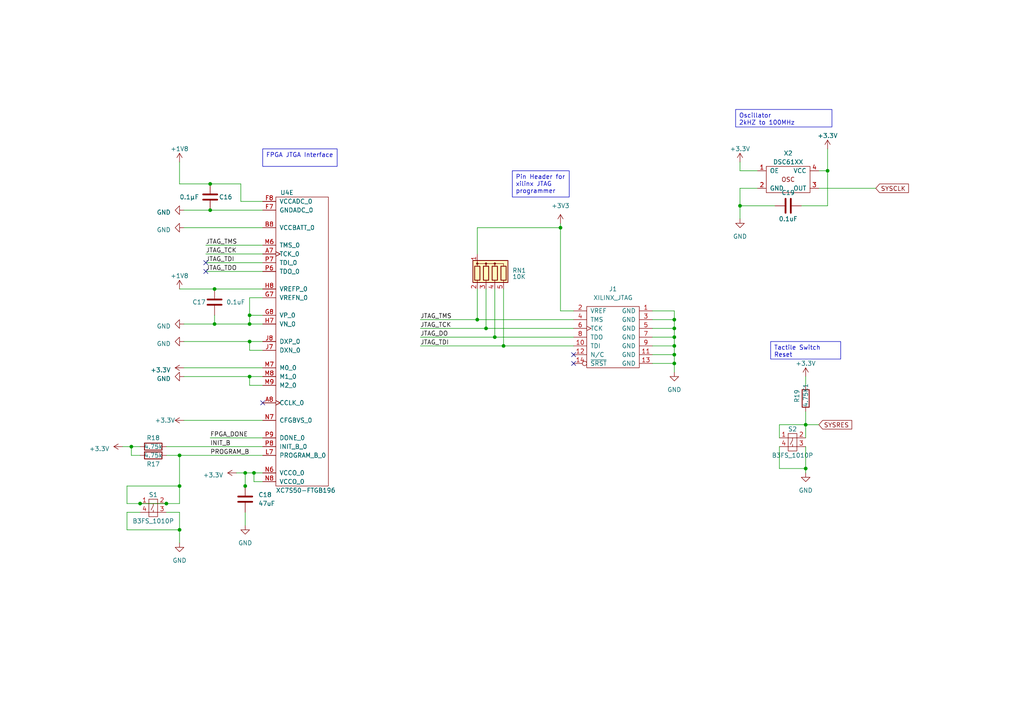
<source format=kicad_sch>
(kicad_sch (version 20230121) (generator eeschema)

  (uuid 47f68802-809b-4ba1-ac3c-2e3809c06415)

  (paper "A4")

  (title_block
    (title "FPGA JTGA Interface")
    (date "2023-06-15")
  )

  (lib_symbols
    (symbol "Device:C" (pin_numbers hide) (pin_names (offset 0.254)) (in_bom yes) (on_board yes)
      (property "Reference" "C" (at 0.635 2.54 0)
        (effects (font (size 1.27 1.27)) (justify left))
      )
      (property "Value" "C" (at 0.635 -2.54 0)
        (effects (font (size 1.27 1.27)) (justify left))
      )
      (property "Footprint" "" (at 0.9652 -3.81 0)
        (effects (font (size 1.27 1.27)) hide)
      )
      (property "Datasheet" "~" (at 0 0 0)
        (effects (font (size 1.27 1.27)) hide)
      )
      (property "ki_keywords" "cap capacitor" (at 0 0 0)
        (effects (font (size 1.27 1.27)) hide)
      )
      (property "ki_description" "Unpolarized capacitor" (at 0 0 0)
        (effects (font (size 1.27 1.27)) hide)
      )
      (property "ki_fp_filters" "C_*" (at 0 0 0)
        (effects (font (size 1.27 1.27)) hide)
      )
      (symbol "C_0_1"
        (polyline
          (pts
            (xy -2.032 -0.762)
            (xy 2.032 -0.762)
          )
          (stroke (width 0.508) (type default))
          (fill (type none))
        )
        (polyline
          (pts
            (xy -2.032 0.762)
            (xy 2.032 0.762)
          )
          (stroke (width 0.508) (type default))
          (fill (type none))
        )
      )
      (symbol "C_1_1"
        (pin passive line (at 0 3.81 270) (length 2.794)
          (name "~" (effects (font (size 1.27 1.27))))
          (number "1" (effects (font (size 1.27 1.27))))
        )
        (pin passive line (at 0 -3.81 90) (length 2.794)
          (name "~" (effects (font (size 1.27 1.27))))
          (number "2" (effects (font (size 1.27 1.27))))
        )
      )
    )
    (symbol "Device:R" (pin_numbers hide) (pin_names (offset 0)) (in_bom yes) (on_board yes)
      (property "Reference" "R" (at 2.032 0 90)
        (effects (font (size 1.27 1.27)))
      )
      (property "Value" "R" (at 0 0 90)
        (effects (font (size 1.27 1.27)))
      )
      (property "Footprint" "" (at -1.778 0 90)
        (effects (font (size 1.27 1.27)) hide)
      )
      (property "Datasheet" "~" (at 0 0 0)
        (effects (font (size 1.27 1.27)) hide)
      )
      (property "ki_keywords" "R res resistor" (at 0 0 0)
        (effects (font (size 1.27 1.27)) hide)
      )
      (property "ki_description" "Resistor" (at 0 0 0)
        (effects (font (size 1.27 1.27)) hide)
      )
      (property "ki_fp_filters" "R_*" (at 0 0 0)
        (effects (font (size 1.27 1.27)) hide)
      )
      (symbol "R_0_1"
        (rectangle (start -1.016 -2.54) (end 1.016 2.54)
          (stroke (width 0.254) (type default))
          (fill (type none))
        )
      )
      (symbol "R_1_1"
        (pin passive line (at 0 3.81 270) (length 1.27)
          (name "~" (effects (font (size 1.27 1.27))))
          (number "1" (effects (font (size 1.27 1.27))))
        )
        (pin passive line (at 0 -3.81 90) (length 1.27)
          (name "~" (effects (font (size 1.27 1.27))))
          (number "2" (effects (font (size 1.27 1.27))))
        )
      )
    )
    (symbol "Device:R_Network04" (pin_names (offset 0) hide) (in_bom yes) (on_board yes)
      (property "Reference" "RN" (at -7.62 0 90)
        (effects (font (size 1.27 1.27)))
      )
      (property "Value" "R_Network04" (at 5.08 0 90)
        (effects (font (size 1.27 1.27)))
      )
      (property "Footprint" "Resistor_THT:R_Array_SIP5" (at 6.985 0 90)
        (effects (font (size 1.27 1.27)) hide)
      )
      (property "Datasheet" "http://www.vishay.com/docs/31509/csc.pdf" (at 0 0 0)
        (effects (font (size 1.27 1.27)) hide)
      )
      (property "ki_keywords" "R network star-topology" (at 0 0 0)
        (effects (font (size 1.27 1.27)) hide)
      )
      (property "ki_description" "4 resistor network, star topology, bussed resistors, small symbol" (at 0 0 0)
        (effects (font (size 1.27 1.27)) hide)
      )
      (property "ki_fp_filters" "R?Array?SIP*" (at 0 0 0)
        (effects (font (size 1.27 1.27)) hide)
      )
      (symbol "R_Network04_0_1"
        (rectangle (start -6.35 -3.175) (end 3.81 3.175)
          (stroke (width 0.254) (type default))
          (fill (type background))
        )
        (rectangle (start -5.842 1.524) (end -4.318 -2.54)
          (stroke (width 0.254) (type default))
          (fill (type none))
        )
        (circle (center -5.08 2.286) (radius 0.254)
          (stroke (width 0) (type default))
          (fill (type outline))
        )
        (rectangle (start -3.302 1.524) (end -1.778 -2.54)
          (stroke (width 0.254) (type default))
          (fill (type none))
        )
        (circle (center -2.54 2.286) (radius 0.254)
          (stroke (width 0) (type default))
          (fill (type outline))
        )
        (rectangle (start -0.762 1.524) (end 0.762 -2.54)
          (stroke (width 0.254) (type default))
          (fill (type none))
        )
        (polyline
          (pts
            (xy -5.08 -2.54)
            (xy -5.08 -3.81)
          )
          (stroke (width 0) (type default))
          (fill (type none))
        )
        (polyline
          (pts
            (xy -2.54 -2.54)
            (xy -2.54 -3.81)
          )
          (stroke (width 0) (type default))
          (fill (type none))
        )
        (polyline
          (pts
            (xy 0 -2.54)
            (xy 0 -3.81)
          )
          (stroke (width 0) (type default))
          (fill (type none))
        )
        (polyline
          (pts
            (xy 2.54 -2.54)
            (xy 2.54 -3.81)
          )
          (stroke (width 0) (type default))
          (fill (type none))
        )
        (polyline
          (pts
            (xy -5.08 1.524)
            (xy -5.08 2.286)
            (xy -2.54 2.286)
            (xy -2.54 1.524)
          )
          (stroke (width 0) (type default))
          (fill (type none))
        )
        (polyline
          (pts
            (xy -2.54 1.524)
            (xy -2.54 2.286)
            (xy 0 2.286)
            (xy 0 1.524)
          )
          (stroke (width 0) (type default))
          (fill (type none))
        )
        (polyline
          (pts
            (xy 0 1.524)
            (xy 0 2.286)
            (xy 2.54 2.286)
            (xy 2.54 1.524)
          )
          (stroke (width 0) (type default))
          (fill (type none))
        )
        (circle (center 0 2.286) (radius 0.254)
          (stroke (width 0) (type default))
          (fill (type outline))
        )
        (rectangle (start 1.778 1.524) (end 3.302 -2.54)
          (stroke (width 0.254) (type default))
          (fill (type none))
        )
      )
      (symbol "R_Network04_1_1"
        (pin passive line (at -5.08 5.08 270) (length 2.54)
          (name "common" (effects (font (size 1.27 1.27))))
          (number "1" (effects (font (size 1.27 1.27))))
        )
        (pin passive line (at -5.08 -5.08 90) (length 1.27)
          (name "R1" (effects (font (size 1.27 1.27))))
          (number "2" (effects (font (size 1.27 1.27))))
        )
        (pin passive line (at -2.54 -5.08 90) (length 1.27)
          (name "R2" (effects (font (size 1.27 1.27))))
          (number "3" (effects (font (size 1.27 1.27))))
        )
        (pin passive line (at 0 -5.08 90) (length 1.27)
          (name "R3" (effects (font (size 1.27 1.27))))
          (number "4" (effects (font (size 1.27 1.27))))
        )
        (pin passive line (at 2.54 -5.08 90) (length 1.27)
          (name "R4" (effects (font (size 1.27 1.27))))
          (number "5" (effects (font (size 1.27 1.27))))
        )
      )
    )
    (symbol "FPGA_project_parts:B3FS_1010P" (pin_names (offset 1.016) hide) (in_bom yes) (on_board yes)
      (property "Reference" "S" (at 0 3.81 0)
        (effects (font (size 1.27 1.27)))
      )
      (property "Value" "B3FS_1010P" (at 0 -3.81 0)
        (effects (font (size 1.27 1.27)))
      )
      (property "Footprint" "my_parts:B3FS_1010P" (at 0 0 0)
        (effects (font (size 1.27 1.27)) hide)
      )
      (property "Datasheet" "" (at 0 0 0)
        (effects (font (size 1.27 1.27)) hide)
      )
      (symbol "B3FS_1010P_0_1"
        (rectangle (start -1.27 2.54) (end 1.27 -2.54)
          (stroke (width 0) (type solid))
          (fill (type none))
        )
        (polyline
          (pts
            (xy -1.27 -1.27)
            (xy 1.27 -1.27)
          )
          (stroke (width 0) (type solid))
          (fill (type none))
        )
        (polyline
          (pts
            (xy -1.27 1.27)
            (xy 1.27 1.27)
          )
          (stroke (width 0) (type solid))
          (fill (type none))
        )
        (polyline
          (pts
            (xy 0 1.27)
            (xy 0 0.635)
          )
          (stroke (width 0) (type solid))
          (fill (type none))
        )
        (polyline
          (pts
            (xy 0 -1.27)
            (xy 0 -0.635)
            (xy 0.635 0.635)
          )
          (stroke (width 0) (type solid))
          (fill (type none))
        )
      )
      (symbol "B3FS_1010P_1_1"
        (pin input line (at 3.81 -1.27 180) (length 2.54)
          (name "1" (effects (font (size 1.27 1.27))))
          (number "1" (effects (font (size 1.27 1.27))))
        )
        (pin input line (at -3.81 -1.27 0) (length 2.54)
          (name "2" (effects (font (size 1.27 1.27))))
          (number "2" (effects (font (size 1.27 1.27))))
        )
        (pin input line (at -3.81 1.27 0) (length 2.54)
          (name "3" (effects (font (size 1.27 1.27))))
          (number "3" (effects (font (size 1.27 1.27))))
        )
        (pin input line (at 3.81 1.27 180) (length 2.54)
          (name "4" (effects (font (size 1.27 1.27))))
          (number "4" (effects (font (size 1.27 1.27))))
        )
      )
    )
    (symbol "FPGA_project_parts:DSC61XX" (pin_names (offset 1.016)) (in_bom yes) (on_board yes)
      (property "Reference" "X" (at 0 5.08 0)
        (effects (font (size 1.27 1.27)))
      )
      (property "Value" "DSC61XX" (at 0 -5.08 0)
        (effects (font (size 1.27 1.27)))
      )
      (property "Footprint" "Oscillator:Oscillator_SMD_Abracon_ASE-4Pin_3.2x2.5mm_HandSoldering" (at 0 0 0)
        (effects (font (size 1.27 1.27)) hide)
      )
      (property "Datasheet" "" (at 0 0 0)
        (effects (font (size 1.27 1.27)) hide)
      )
      (symbol "DSC61XX_0_0"
        (text "OSC" (at 0 0 0)
          (effects (font (size 1.27 1.27)))
        )
      )
      (symbol "DSC61XX_0_1"
        (rectangle (start 6.35 -3.81) (end -6.35 3.81)
          (stroke (width 0) (type solid))
          (fill (type none))
        )
      )
      (symbol "DSC61XX_1_1"
        (pin input line (at -8.89 2.54 0) (length 2.54)
          (name "OE" (effects (font (size 1.27 1.27))))
          (number "1" (effects (font (size 1.27 1.27))))
        )
        (pin power_in line (at -8.89 -2.54 0) (length 2.54)
          (name "GND" (effects (font (size 1.27 1.27))))
          (number "2" (effects (font (size 1.27 1.27))))
        )
        (pin output line (at 8.89 -2.54 180) (length 2.54)
          (name "OUT" (effects (font (size 1.27 1.27))))
          (number "3" (effects (font (size 1.27 1.27))))
        )
        (pin power_in line (at 8.89 2.54 180) (length 2.54)
          (name "VCC" (effects (font (size 1.27 1.27))))
          (number "4" (effects (font (size 1.27 1.27))))
        )
      )
    )
    (symbol "FPGA_project_parts:XC7S50-FTGB196" (pin_names (offset 1.016)) (in_bom yes) (on_board yes)
      (property "Reference" "U" (at -1.27 69.85 0)
        (effects (font (size 1.27 1.27)))
      )
      (property "Value" "XC7S50-FTGB196" (at 0 -69.85 0)
        (effects (font (size 1.27 1.27)))
      )
      (property "Footprint" "Package_BGA:Xilinx_FTGB196" (at -6.35 0 0)
        (effects (font (size 1.27 1.27)) hide)
      )
      (property "Datasheet" "" (at -6.35 0 0)
        (effects (font (size 1.27 1.27)) hide)
      )
      (property "ki_locked" "" (at 0 0 0)
        (effects (font (size 1.27 1.27)))
      )
      (symbol "XC7S50-FTGB196_1_1"
        (rectangle (start -7.62 31.75) (end 7.62 -31.75)
          (stroke (width 0) (type solid))
          (fill (type none))
        )
        (pin power_in line (at -11.43 30.48 0) (length 3.81)
          (name "GND" (effects (font (size 1.27 1.27))))
          (number "A1" (effects (font (size 1.27 1.27))))
        )
        (pin power_in line (at -11.43 22.86 0) (length 3.81)
          (name "GND" (effects (font (size 1.27 1.27))))
          (number "A11" (effects (font (size 1.27 1.27))))
        )
        (pin power_in line (at -11.43 20.32 0) (length 3.81)
          (name "GND" (effects (font (size 1.27 1.27))))
          (number "A14" (effects (font (size 1.27 1.27))))
        )
        (pin power_in line (at -11.43 27.94 0) (length 3.81)
          (name "GND" (effects (font (size 1.27 1.27))))
          (number "A6" (effects (font (size 1.27 1.27))))
        )
        (pin power_in line (at -11.43 25.4 0) (length 3.81)
          (name "GND" (effects (font (size 1.27 1.27))))
          (number "A9" (effects (font (size 1.27 1.27))))
        )
        (pin power_in line (at -11.43 17.78 0) (length 3.81)
          (name "GND" (effects (font (size 1.27 1.27))))
          (number "B4" (effects (font (size 1.27 1.27))))
        )
        (pin power_in line (at -11.43 15.24 0) (length 3.81)
          (name "GND" (effects (font (size 1.27 1.27))))
          (number "B7" (effects (font (size 1.27 1.27))))
        )
        (pin power_in line (at -11.43 12.7 0) (length 3.81)
          (name "GND" (effects (font (size 1.27 1.27))))
          (number "B9" (effects (font (size 1.27 1.27))))
        )
        (pin power_in line (at -11.43 -2.54 0) (length 3.81)
          (name "GND" (effects (font (size 1.27 1.27))))
          (number "C13" (effects (font (size 1.27 1.27))))
        )
        (pin power_in line (at -11.43 10.16 0) (length 3.81)
          (name "GND" (effects (font (size 1.27 1.27))))
          (number "C2" (effects (font (size 1.27 1.27))))
        )
        (pin power_in line (at -11.43 7.62 0) (length 3.81)
          (name "GND" (effects (font (size 1.27 1.27))))
          (number "C6" (effects (font (size 1.27 1.27))))
        )
        (pin power_in line (at -11.43 5.08 0) (length 3.81)
          (name "GND" (effects (font (size 1.27 1.27))))
          (number "C7" (effects (font (size 1.27 1.27))))
        )
        (pin power_in line (at -11.43 2.54 0) (length 3.81)
          (name "GND" (effects (font (size 1.27 1.27))))
          (number "C8" (effects (font (size 1.27 1.27))))
        )
        (pin power_in line (at -11.43 0 0) (length 3.81)
          (name "GND" (effects (font (size 1.27 1.27))))
          (number "C9" (effects (font (size 1.27 1.27))))
        )
        (pin power_in line (at -11.43 -12.7 0) (length 3.81)
          (name "GND" (effects (font (size 1.27 1.27))))
          (number "D11" (effects (font (size 1.27 1.27))))
        )
        (pin power_in line (at -11.43 -5.08 0) (length 3.81)
          (name "GND" (effects (font (size 1.27 1.27))))
          (number "D5" (effects (font (size 1.27 1.27))))
        )
        (pin power_in line (at -11.43 -7.62 0) (length 3.81)
          (name "GND" (effects (font (size 1.27 1.27))))
          (number "D7" (effects (font (size 1.27 1.27))))
        )
        (pin power_in line (at -11.43 -10.16 0) (length 3.81)
          (name "GND" (effects (font (size 1.27 1.27))))
          (number "D9" (effects (font (size 1.27 1.27))))
        )
        (pin power_in line (at -11.43 -15.24 0) (length 3.81)
          (name "GND" (effects (font (size 1.27 1.27))))
          (number "E1" (effects (font (size 1.27 1.27))))
        )
        (pin power_in line (at -11.43 -25.4 0) (length 3.81)
          (name "GND" (effects (font (size 1.27 1.27))))
          (number "E10" (effects (font (size 1.27 1.27))))
        )
        (pin power_in line (at -11.43 -27.94 0) (length 3.81)
          (name "GND" (effects (font (size 1.27 1.27))))
          (number "E14" (effects (font (size 1.27 1.27))))
        )
        (pin power_in line (at -11.43 -17.78 0) (length 3.81)
          (name "GND" (effects (font (size 1.27 1.27))))
          (number "E3" (effects (font (size 1.27 1.27))))
        )
        (pin power_in line (at -11.43 -20.32 0) (length 3.81)
          (name "GND" (effects (font (size 1.27 1.27))))
          (number "E6" (effects (font (size 1.27 1.27))))
        )
        (pin power_in line (at -11.43 -22.86 0) (length 3.81)
          (name "GND" (effects (font (size 1.27 1.27))))
          (number "E8" (effects (font (size 1.27 1.27))))
        )
        (pin power_in line (at 11.43 20.32 180) (length 3.81)
          (name "GND" (effects (font (size 1.27 1.27))))
          (number "F5" (effects (font (size 1.27 1.27))))
        )
        (pin power_in line (at 11.43 22.86 180) (length 3.81)
          (name "GND" (effects (font (size 1.27 1.27))))
          (number "F9" (effects (font (size 1.27 1.27))))
        )
        (pin power_in line (at 11.43 30.48 180) (length 3.81)
          (name "GND" (effects (font (size 1.27 1.27))))
          (number "G10" (effects (font (size 1.27 1.27))))
        )
        (pin power_in line (at -11.43 -30.48 0) (length 3.81)
          (name "GND" (effects (font (size 1.27 1.27))))
          (number "G12" (effects (font (size 1.27 1.27))))
        )
        (pin power_in line (at 11.43 25.4 180) (length 3.81)
          (name "GND" (effects (font (size 1.27 1.27))))
          (number "G3" (effects (font (size 1.27 1.27))))
        )
        (pin power_in line (at 11.43 27.94 180) (length 3.81)
          (name "GND" (effects (font (size 1.27 1.27))))
          (number "G6" (effects (font (size 1.27 1.27))))
        )
        (pin power_in line (at 11.43 0 180) (length 3.81)
          (name "GND" (effects (font (size 1.27 1.27))))
          (number "H5" (effects (font (size 1.27 1.27))))
        )
        (pin power_in line (at 11.43 2.54 180) (length 3.81)
          (name "GND" (effects (font (size 1.27 1.27))))
          (number "H9" (effects (font (size 1.27 1.27))))
        )
        (pin power_in line (at 11.43 7.62 180) (length 3.81)
          (name "GND" (effects (font (size 1.27 1.27))))
          (number "J10" (effects (font (size 1.27 1.27))))
        )
        (pin power_in line (at 11.43 5.08 180) (length 3.81)
          (name "GND" (effects (font (size 1.27 1.27))))
          (number "J6" (effects (font (size 1.27 1.27))))
        )
        (pin power_in line (at 11.43 10.16 180) (length 3.81)
          (name "GND" (effects (font (size 1.27 1.27))))
          (number "K1" (effects (font (size 1.27 1.27))))
        )
        (pin power_in line (at 11.43 -2.54 180) (length 3.81)
          (name "GND" (effects (font (size 1.27 1.27))))
          (number "K14" (effects (font (size 1.27 1.27))))
        )
        (pin power_in line (at 11.43 12.7 180) (length 3.81)
          (name "GND" (effects (font (size 1.27 1.27))))
          (number "K5" (effects (font (size 1.27 1.27))))
        )
        (pin power_in line (at 11.43 15.24 180) (length 3.81)
          (name "GND" (effects (font (size 1.27 1.27))))
          (number "K7" (effects (font (size 1.27 1.27))))
        )
        (pin power_in line (at 11.43 17.78 180) (length 3.81)
          (name "GND" (effects (font (size 1.27 1.27))))
          (number "K9" (effects (font (size 1.27 1.27))))
        )
        (pin power_in line (at 11.43 -12.7 180) (length 3.81)
          (name "GND" (effects (font (size 1.27 1.27))))
          (number "L10" (effects (font (size 1.27 1.27))))
        )
        (pin power_in line (at 11.43 -15.24 180) (length 3.81)
          (name "GND" (effects (font (size 1.27 1.27))))
          (number "L11" (effects (font (size 1.27 1.27))))
        )
        (pin power_in line (at 11.43 -5.08 180) (length 3.81)
          (name "GND" (effects (font (size 1.27 1.27))))
          (number "L4" (effects (font (size 1.27 1.27))))
        )
        (pin power_in line (at 11.43 -7.62 180) (length 3.81)
          (name "GND" (effects (font (size 1.27 1.27))))
          (number "L6" (effects (font (size 1.27 1.27))))
        )
        (pin power_in line (at 11.43 -10.16 180) (length 3.81)
          (name "GND" (effects (font (size 1.27 1.27))))
          (number "L8" (effects (font (size 1.27 1.27))))
        )
        (pin power_in line (at 11.43 -25.4 180) (length 3.81)
          (name "GND" (effects (font (size 1.27 1.27))))
          (number "N12" (effects (font (size 1.27 1.27))))
        )
        (pin power_in line (at 11.43 -17.78 180) (length 3.81)
          (name "GND" (effects (font (size 1.27 1.27))))
          (number "N3" (effects (font (size 1.27 1.27))))
        )
        (pin power_in line (at 11.43 -20.32 180) (length 3.81)
          (name "GND" (effects (font (size 1.27 1.27))))
          (number "N5" (effects (font (size 1.27 1.27))))
        )
        (pin power_in line (at 11.43 -22.86 180) (length 3.81)
          (name "GND" (effects (font (size 1.27 1.27))))
          (number "N9" (effects (font (size 1.27 1.27))))
        )
        (pin power_in line (at 11.43 -27.94 180) (length 3.81)
          (name "GND" (effects (font (size 1.27 1.27))))
          (number "P1" (effects (font (size 1.27 1.27))))
        )
        (pin power_in line (at 11.43 -30.48 180) (length 3.81)
          (name "GND" (effects (font (size 1.27 1.27))))
          (number "P14" (effects (font (size 1.27 1.27))))
        )
      )
      (symbol "XC7S50-FTGB196_2_1"
        (rectangle (start 10.16 12.7) (end -11.43 -12.7)
          (stroke (width 0) (type solid))
          (fill (type none))
        )
        (pin power_in line (at 13.97 11.43 180) (length 3.81)
          (name "VCCINT" (effects (font (size 1.27 1.27))))
          (number "D6" (effects (font (size 1.27 1.27))))
        )
        (pin power_in line (at 13.97 8.89 180) (length 3.81)
          (name "VCCINT" (effects (font (size 1.27 1.27))))
          (number "D8" (effects (font (size 1.27 1.27))))
        )
        (pin power_in line (at -15.24 -6.35 0) (length 3.81)
          (name "VCCBRAM" (effects (font (size 1.27 1.27))))
          (number "E5" (effects (font (size 1.27 1.27))))
        )
        (pin power_in line (at 13.97 6.35 180) (length 3.81)
          (name "VCCINT" (effects (font (size 1.27 1.27))))
          (number "E7" (effects (font (size 1.27 1.27))))
        )
        (pin power_in line (at 13.97 3.81 180) (length 3.81)
          (name "VCCINT" (effects (font (size 1.27 1.27))))
          (number "E9" (effects (font (size 1.27 1.27))))
        )
        (pin power_in line (at -15.24 11.43 0) (length 3.81)
          (name "VCCAUX" (effects (font (size 1.27 1.27))))
          (number "F10" (effects (font (size 1.27 1.27))))
        )
        (pin power_in line (at 13.97 1.27 180) (length 3.81)
          (name "VCCINT" (effects (font (size 1.27 1.27))))
          (number "F6" (effects (font (size 1.27 1.27))))
        )
        (pin power_in line (at -15.24 -8.89 0) (length 3.81)
          (name "VCCBRAM" (effects (font (size 1.27 1.27))))
          (number "G5" (effects (font (size 1.27 1.27))))
        )
        (pin power_in line (at 13.97 -1.27 180) (length 3.81)
          (name "VCCINT" (effects (font (size 1.27 1.27))))
          (number "G9" (effects (font (size 1.27 1.27))))
        )
        (pin power_in line (at -15.24 8.89 0) (length 3.81)
          (name "VCCAUX" (effects (font (size 1.27 1.27))))
          (number "H10" (effects (font (size 1.27 1.27))))
        )
        (pin power_in line (at 13.97 -3.81 180) (length 3.81)
          (name "VCCINT" (effects (font (size 1.27 1.27))))
          (number "H6" (effects (font (size 1.27 1.27))))
        )
        (pin power_in line (at -15.24 -11.43 0) (length 3.81)
          (name "VCCBRAM" (effects (font (size 1.27 1.27))))
          (number "J5" (effects (font (size 1.27 1.27))))
        )
        (pin power_in line (at 13.97 -6.35 180) (length 3.81)
          (name "VCCINT" (effects (font (size 1.27 1.27))))
          (number "J9" (effects (font (size 1.27 1.27))))
        )
        (pin power_in line (at -15.24 6.35 0) (length 3.81)
          (name "VCCAUX" (effects (font (size 1.27 1.27))))
          (number "K10" (effects (font (size 1.27 1.27))))
        )
        (pin power_in line (at 13.97 -8.89 180) (length 3.81)
          (name "VCCINT" (effects (font (size 1.27 1.27))))
          (number "K6" (effects (font (size 1.27 1.27))))
        )
        (pin power_in line (at 13.97 -11.43 180) (length 3.81)
          (name "VCCINT" (effects (font (size 1.27 1.27))))
          (number "K8" (effects (font (size 1.27 1.27))))
        )
        (pin power_in line (at -15.24 3.81 0) (length 3.81)
          (name "VCCAUX" (effects (font (size 1.27 1.27))))
          (number "L9" (effects (font (size 1.27 1.27))))
        )
      )
      (symbol "XC7S50-FTGB196_3_1"
        (rectangle (start -17.78 68.58) (end 17.78 -68.58)
          (stroke (width 0) (type solid))
          (fill (type none))
        )
        (pin bidirectional line (at -21.59 52.07 0) (length 3.81)
          (name "IO_L3N_T0_DQS_EMCCLK_14" (effects (font (size 1.27 1.27))))
          (number "A10" (effects (font (size 1.27 1.27))))
        )
        (pin bidirectional line (at -21.59 49.53 0) (length 3.81)
          (name "IO_L4P_T0_D04_14" (effects (font (size 1.27 1.27))))
          (number "A12" (effects (font (size 1.27 1.27))))
        )
        (pin bidirectional line (at -21.59 46.99 0) (length 3.81)
          (name "IO_L4N_T0_D05_14" (effects (font (size 1.27 1.27))))
          (number "A13" (effects (font (size 1.27 1.27))))
        )
        (pin bidirectional line (at -21.59 54.61 0) (length 3.81)
          (name "IO_L3P_T0_DQS_PUDC_B_14" (effects (font (size 1.27 1.27))))
          (number "B10" (effects (font (size 1.27 1.27))))
        )
        (pin bidirectional line (at -21.59 64.77 0) (length 3.81)
          (name "IO_L1P_T0_D00_MOSI_14" (effects (font (size 1.27 1.27))))
          (number "B11" (effects (font (size 1.27 1.27))))
        )
        (pin bidirectional line (at -21.59 62.23 0) (length 3.81)
          (name "IO_L1N_T0_D01_DIN_14" (effects (font (size 1.27 1.27))))
          (number "B12" (effects (font (size 1.27 1.27))))
        )
        (pin bidirectional line (at -21.59 44.45 0) (length 3.81)
          (name "IO_L5P_T0_D06_14" (effects (font (size 1.27 1.27))))
          (number "B13" (effects (font (size 1.27 1.27))))
        )
        (pin bidirectional line (at -21.59 41.91 0) (length 3.81)
          (name "IO_L5N_T0_D07_14" (effects (font (size 1.27 1.27))))
          (number "B14" (effects (font (size 1.27 1.27))))
        )
        (pin bidirectional line (at -21.59 57.15 0) (length 3.81)
          (name "IO_L2N_T0_D03_14" (effects (font (size 1.27 1.27))))
          (number "C10" (effects (font (size 1.27 1.27))))
        )
        (pin bidirectional line (at -21.59 39.37 0) (length 3.81)
          (name "IO_L6P_T0_FCS_B_14" (effects (font (size 1.27 1.27))))
          (number "C11" (effects (font (size 1.27 1.27))))
        )
        (pin bidirectional line (at -21.59 36.83 0) (length 3.81)
          (name "IO_L6N_T0_D08_VREF_14" (effects (font (size 1.27 1.27))))
          (number "C12" (effects (font (size 1.27 1.27))))
        )
        (pin bidirectional line (at -21.59 11.43 0) (length 3.81)
          (name "IO_L11N_T1_SRCC_14" (effects (font (size 1.27 1.27))))
          (number "C14" (effects (font (size 1.27 1.27))))
        )
        (pin bidirectional line (at -21.59 59.69 0) (length 3.81)
          (name "IO_L2P_T0_D02_14" (effects (font (size 1.27 1.27))))
          (number "D10" (effects (font (size 1.27 1.27))))
        )
        (pin bidirectional line (at -21.59 29.21 0) (length 3.81)
          (name "IO_L8P_T1_D11_14" (effects (font (size 1.27 1.27))))
          (number "D12" (effects (font (size 1.27 1.27))))
        )
        (pin bidirectional line (at -21.59 26.67 0) (length 3.81)
          (name "IO_L8N_T1_D12_14" (effects (font (size 1.27 1.27))))
          (number "D13" (effects (font (size 1.27 1.27))))
        )
        (pin bidirectional line (at -21.59 13.97 0) (length 3.81)
          (name "IO_L11P_T1_SRCC_14" (effects (font (size 1.27 1.27))))
          (number "D14" (effects (font (size 1.27 1.27))))
        )
        (pin bidirectional line (at -21.59 67.31 0) (length 3.81)
          (name "IO_0_14" (effects (font (size 1.27 1.27))))
          (number "E11" (effects (font (size 1.27 1.27))))
        )
        (pin bidirectional line (at -21.59 31.75 0) (length 3.81)
          (name "IO_L7N_T1_D10_14" (effects (font (size 1.27 1.27))))
          (number "E12" (effects (font (size 1.27 1.27))))
        )
        (pin bidirectional line (at -21.59 16.51 0) (length 3.81)
          (name "IO_L10N_T1_D15_14" (effects (font (size 1.27 1.27))))
          (number "E13" (effects (font (size 1.27 1.27))))
        )
        (pin bidirectional line (at -21.59 6.35 0) (length 3.81)
          (name "IO_L12N_T1_MRCC_14" (effects (font (size 1.27 1.27))))
          (number "F11" (effects (font (size 1.27 1.27))))
        )
        (pin bidirectional line (at -21.59 34.29 0) (length 3.81)
          (name "IO_L7P_T1_D09_14" (effects (font (size 1.27 1.27))))
          (number "F12" (effects (font (size 1.27 1.27))))
        )
        (pin bidirectional line (at -21.59 19.05 0) (length 3.81)
          (name "IO_L10P_T1_D14_14" (effects (font (size 1.27 1.27))))
          (number "F13" (effects (font (size 1.27 1.27))))
        )
        (pin bidirectional line (at -21.59 21.59 0) (length 3.81)
          (name "IO_L9N_T1_DQS_D13_14" (effects (font (size 1.27 1.27))))
          (number "F14" (effects (font (size 1.27 1.27))))
        )
        (pin bidirectional line (at -21.59 8.89 0) (length 3.81)
          (name "IO_L12P_T1_MRCC_14" (effects (font (size 1.27 1.27))))
          (number "G11" (effects (font (size 1.27 1.27))))
        )
        (pin power_in line (at -21.59 -62.23 0) (length 3.81)
          (name "VCCO_14" (effects (font (size 1.27 1.27))))
          (number "G13" (effects (font (size 1.27 1.27))))
        )
        (pin bidirectional line (at -21.59 24.13 0) (length 3.81)
          (name "IO_L9P_T1_DQS_14" (effects (font (size 1.27 1.27))))
          (number "G14" (effects (font (size 1.27 1.27))))
        )
        (pin bidirectional line (at -21.59 3.81 0) (length 3.81)
          (name "IO_L13P_T2_MRCC_14" (effects (font (size 1.27 1.27))))
          (number "H11" (effects (font (size 1.27 1.27))))
        )
        (pin bidirectional line (at -21.59 1.27 0) (length 3.81)
          (name "IO_L13N_T2_MRCC_14" (effects (font (size 1.27 1.27))))
          (number "H12" (effects (font (size 1.27 1.27))))
        )
        (pin bidirectional line (at -21.59 -1.27 0) (length 3.81)
          (name "IO_L14P_T2_SRCC_14" (effects (font (size 1.27 1.27))))
          (number "H13" (effects (font (size 1.27 1.27))))
        )
        (pin bidirectional line (at -21.59 -3.81 0) (length 3.81)
          (name "IO_L14N_T2_SRCC_14" (effects (font (size 1.27 1.27))))
          (number "H14" (effects (font (size 1.27 1.27))))
        )
        (pin bidirectional line (at -21.59 -16.51 0) (length 3.81)
          (name "IO_L17P_T2_D30_14" (effects (font (size 1.27 1.27))))
          (number "J11" (effects (font (size 1.27 1.27))))
        )
        (pin bidirectional line (at -21.59 -19.05 0) (length 3.81)
          (name "IO_L17N_T2_D29_14" (effects (font (size 1.27 1.27))))
          (number "J12" (effects (font (size 1.27 1.27))))
        )
        (pin bidirectional line (at -21.59 -21.59 0) (length 3.81)
          (name "IO_L18P_T2_D28_14" (effects (font (size 1.27 1.27))))
          (number "J13" (effects (font (size 1.27 1.27))))
        )
        (pin bidirectional line (at -21.59 -24.13 0) (length 3.81)
          (name "IO_L18N_T2_D27_14" (effects (font (size 1.27 1.27))))
          (number "J14" (effects (font (size 1.27 1.27))))
        )
        (pin bidirectional line (at -21.59 -26.67 0) (length 3.81)
          (name "IO_L19P_T3_D26_14" (effects (font (size 1.27 1.27))))
          (number "K11" (effects (font (size 1.27 1.27))))
        )
        (pin bidirectional line (at -21.59 -29.21 0) (length 3.81)
          (name "IO_L19N_T3_D25_VREF_14" (effects (font (size 1.27 1.27))))
          (number "K12" (effects (font (size 1.27 1.27))))
        )
        (pin power_in line (at -21.59 -64.77 0) (length 3.81)
          (name "VCCO_14" (effects (font (size 1.27 1.27))))
          (number "K13" (effects (font (size 1.27 1.27))))
        )
        (pin bidirectional line (at -21.59 -11.43 0) (length 3.81)
          (name "IO_L16P_T2_CSI_B_14" (effects (font (size 1.27 1.27))))
          (number "L12" (effects (font (size 1.27 1.27))))
        )
        (pin bidirectional line (at -21.59 -13.97 0) (length 3.81)
          (name "IO_L16N_T2_D31_14" (effects (font (size 1.27 1.27))))
          (number "L13" (effects (font (size 1.27 1.27))))
        )
        (pin bidirectional line (at -21.59 -8.89 0) (length 3.81)
          (name "IO_L15N_T2_DQS_DOUT_CSO_B_14" (effects (font (size 1.27 1.27))))
          (number "L14" (effects (font (size 1.27 1.27))))
        )
        (pin bidirectional line (at -21.59 -57.15 0) (length 3.81)
          (name "IO_25_14" (effects (font (size 1.27 1.27))))
          (number "M10" (effects (font (size 1.27 1.27))))
        )
        (pin bidirectional line (at -21.59 -31.75 0) (length 3.81)
          (name "IO_L20P_T3_D24_14" (effects (font (size 1.27 1.27))))
          (number "M11" (effects (font (size 1.27 1.27))))
        )
        (pin bidirectional line (at -21.59 -34.29 0) (length 3.81)
          (name "IO_L20N_T3_D23_14" (effects (font (size 1.27 1.27))))
          (number "M12" (effects (font (size 1.27 1.27))))
        )
        (pin bidirectional line (at -21.59 -6.35 0) (length 3.81)
          (name "IO_L15P_T2_DQS_RDWR_B_14" (effects (font (size 1.27 1.27))))
          (number "M13" (effects (font (size 1.27 1.27))))
        )
        (pin bidirectional line (at -21.59 -39.37 0) (length 3.81)
          (name "IO_L21N_T3_DQS_D22_14" (effects (font (size 1.27 1.27))))
          (number "M14" (effects (font (size 1.27 1.27))))
        )
        (pin bidirectional line (at -21.59 -46.99 0) (length 3.81)
          (name "IO_L23P_T3_D19_14" (effects (font (size 1.27 1.27))))
          (number "N10" (effects (font (size 1.27 1.27))))
        )
        (pin bidirectional line (at -21.59 -49.53 0) (length 3.81)
          (name "IO_L23N_T3_D18_14" (effects (font (size 1.27 1.27))))
          (number "N11" (effects (font (size 1.27 1.27))))
        )
        (pin power_in line (at -21.59 -67.31 0) (length 3.81)
          (name "VCCO_14" (effects (font (size 1.27 1.27))))
          (number "N13" (effects (font (size 1.27 1.27))))
        )
        (pin bidirectional line (at -21.59 -36.83 0) (length 3.81)
          (name "IO_L21P_T3_DQS_14" (effects (font (size 1.27 1.27))))
          (number "N14" (effects (font (size 1.27 1.27))))
        )
        (pin bidirectional line (at -21.59 -52.07 0) (length 3.81)
          (name "IO_L24P_T3_D17_14" (effects (font (size 1.27 1.27))))
          (number "P10" (effects (font (size 1.27 1.27))))
        )
        (pin bidirectional line (at -21.59 -54.61 0) (length 3.81)
          (name "IO_L24N_T3_D16_14" (effects (font (size 1.27 1.27))))
          (number "P11" (effects (font (size 1.27 1.27))))
        )
        (pin bidirectional line (at -21.59 -41.91 0) (length 3.81)
          (name "IO_L22P_T3_D21_14" (effects (font (size 1.27 1.27))))
          (number "P12" (effects (font (size 1.27 1.27))))
        )
        (pin bidirectional line (at -21.59 -44.45 0) (length 3.81)
          (name "IO_L22N_T3_D20_14" (effects (font (size 1.27 1.27))))
          (number "P13" (effects (font (size 1.27 1.27))))
        )
      )
      (symbol "XC7S50-FTGB196_4_1"
        (rectangle (start -17.78 68.58) (end 17.78 -68.58)
          (stroke (width 0) (type solid))
          (fill (type none))
        )
        (pin bidirectional line (at -21.59 52.07 0) (length 3.81)
          (name "IO_L3N_T0_DQS_34" (effects (font (size 1.27 1.27))))
          (number "A2" (effects (font (size 1.27 1.27))))
        )
        (pin bidirectional line (at -21.59 57.15 0) (length 3.81)
          (name "IO_L2N_T0_34" (effects (font (size 1.27 1.27))))
          (number "A3" (effects (font (size 1.27 1.27))))
        )
        (pin bidirectional line (at -21.59 59.69 0) (length 3.81)
          (name "IO_L2P_T0_34" (effects (font (size 1.27 1.27))))
          (number "A4" (effects (font (size 1.27 1.27))))
        )
        (pin bidirectional line (at -21.59 46.99 0) (length 3.81)
          (name "IO_L4N_T0_34" (effects (font (size 1.27 1.27))))
          (number "A5" (effects (font (size 1.27 1.27))))
        )
        (pin bidirectional line (at -21.59 41.91 0) (length 3.81)
          (name "IO_L5N_T0_34" (effects (font (size 1.27 1.27))))
          (number "B1" (effects (font (size 1.27 1.27))))
        )
        (pin bidirectional line (at -21.59 44.45 0) (length 3.81)
          (name "IO_L5P_T0_34" (effects (font (size 1.27 1.27))))
          (number "B2" (effects (font (size 1.27 1.27))))
        )
        (pin bidirectional line (at -21.59 54.61 0) (length 3.81)
          (name "IO_L3P_T0_DQS_34" (effects (font (size 1.27 1.27))))
          (number "B3" (effects (font (size 1.27 1.27))))
        )
        (pin bidirectional line (at -21.59 49.53 0) (length 3.81)
          (name "IO_L4P_T0_34" (effects (font (size 1.27 1.27))))
          (number "B5" (effects (font (size 1.27 1.27))))
        )
        (pin bidirectional line (at -21.59 67.31 0) (length 3.81)
          (name "IO_0_34" (effects (font (size 1.27 1.27))))
          (number "B6" (effects (font (size 1.27 1.27))))
        )
        (pin bidirectional line (at -21.59 11.43 0) (length 3.81)
          (name "IO_L11N_T1_SRCC_34" (effects (font (size 1.27 1.27))))
          (number "C1" (effects (font (size 1.27 1.27))))
        )
        (pin bidirectional line (at -21.59 62.23 0) (length 3.81)
          (name "IO_L1N_T0_34" (effects (font (size 1.27 1.27))))
          (number "C3" (effects (font (size 1.27 1.27))))
        )
        (pin bidirectional line (at -21.59 36.83 0) (length 3.81)
          (name "IO_L6N_T0_VREF_34" (effects (font (size 1.27 1.27))))
          (number "C4" (effects (font (size 1.27 1.27))))
        )
        (pin bidirectional line (at -21.59 39.37 0) (length 3.81)
          (name "IO_L6P_T0_34" (effects (font (size 1.27 1.27))))
          (number "C5" (effects (font (size 1.27 1.27))))
        )
        (pin bidirectional line (at -21.59 13.97 0) (length 3.81)
          (name "IO_L11P_T1_SRCC_34" (effects (font (size 1.27 1.27))))
          (number "D1" (effects (font (size 1.27 1.27))))
        )
        (pin bidirectional line (at -21.59 16.51 0) (length 3.81)
          (name "IO_L10N_T1_34" (effects (font (size 1.27 1.27))))
          (number "D2" (effects (font (size 1.27 1.27))))
        )
        (pin bidirectional line (at -21.59 64.77 0) (length 3.81)
          (name "IO_L1P_T0_34" (effects (font (size 1.27 1.27))))
          (number "D3" (effects (font (size 1.27 1.27))))
        )
        (pin bidirectional line (at -21.59 31.75 0) (length 3.81)
          (name "IO_L7N_T1_34" (effects (font (size 1.27 1.27))))
          (number "D4" (effects (font (size 1.27 1.27))))
        )
        (pin bidirectional line (at -21.59 19.05 0) (length 3.81)
          (name "IO_L10P_T1_34" (effects (font (size 1.27 1.27))))
          (number "E2" (effects (font (size 1.27 1.27))))
        )
        (pin bidirectional line (at -21.59 34.29 0) (length 3.81)
          (name "IO_L7P_T1_34" (effects (font (size 1.27 1.27))))
          (number "E4" (effects (font (size 1.27 1.27))))
        )
        (pin bidirectional line (at -21.59 21.59 0) (length 3.81)
          (name "IO_L9N_T1_DQS_34" (effects (font (size 1.27 1.27))))
          (number "F1" (effects (font (size 1.27 1.27))))
        )
        (pin bidirectional line (at -21.59 26.67 0) (length 3.81)
          (name "IO_L8N_T1_34" (effects (font (size 1.27 1.27))))
          (number "F2" (effects (font (size 1.27 1.27))))
        )
        (pin bidirectional line (at -21.59 29.21 0) (length 3.81)
          (name "IO_L8P_T1_34" (effects (font (size 1.27 1.27))))
          (number "F3" (effects (font (size 1.27 1.27))))
        )
        (pin bidirectional line (at -21.59 6.35 0) (length 3.81)
          (name "IO_L12N_T1_MRCC_34" (effects (font (size 1.27 1.27))))
          (number "F4" (effects (font (size 1.27 1.27))))
        )
        (pin bidirectional line (at -21.59 24.13 0) (length 3.81)
          (name "IO_L9P_T1_DQS_34" (effects (font (size 1.27 1.27))))
          (number "G1" (effects (font (size 1.27 1.27))))
        )
        (pin power_in line (at -21.59 -62.23 0) (length 3.81)
          (name "VCCO_34" (effects (font (size 1.27 1.27))))
          (number "G2" (effects (font (size 1.27 1.27))))
        )
        (pin bidirectional line (at -21.59 8.89 0) (length 3.81)
          (name "IO_L12P_T1_MRCC_34" (effects (font (size 1.27 1.27))))
          (number "G4" (effects (font (size 1.27 1.27))))
        )
        (pin bidirectional line (at -21.59 -3.81 0) (length 3.81)
          (name "IO_L14N_T2_SRCC_34" (effects (font (size 1.27 1.27))))
          (number "H1" (effects (font (size 1.27 1.27))))
        )
        (pin bidirectional line (at -21.59 -1.27 0) (length 3.81)
          (name "IO_L14P_T2_SRCC_34" (effects (font (size 1.27 1.27))))
          (number "H2" (effects (font (size 1.27 1.27))))
        )
        (pin bidirectional line (at -21.59 1.27 0) (length 3.81)
          (name "IO_L13N_T2_MRCC_34" (effects (font (size 1.27 1.27))))
          (number "H3" (effects (font (size 1.27 1.27))))
        )
        (pin bidirectional line (at -21.59 3.81 0) (length 3.81)
          (name "IO_L13P_T2_MRCC_34" (effects (font (size 1.27 1.27))))
          (number "H4" (effects (font (size 1.27 1.27))))
        )
        (pin bidirectional line (at -21.59 -8.89 0) (length 3.81)
          (name "IO_L15N_T2_DQS_34" (effects (font (size 1.27 1.27))))
          (number "J1" (effects (font (size 1.27 1.27))))
        )
        (pin bidirectional line (at -21.59 -6.35 0) (length 3.81)
          (name "IO_L15P_T2_DQS_34" (effects (font (size 1.27 1.27))))
          (number "J2" (effects (font (size 1.27 1.27))))
        )
        (pin bidirectional line (at -21.59 -19.05 0) (length 3.81)
          (name "IO_L17N_T2_34" (effects (font (size 1.27 1.27))))
          (number "J3" (effects (font (size 1.27 1.27))))
        )
        (pin bidirectional line (at -21.59 -16.51 0) (length 3.81)
          (name "IO_L17P_T2_34" (effects (font (size 1.27 1.27))))
          (number "J4" (effects (font (size 1.27 1.27))))
        )
        (pin power_in line (at -21.59 -64.77 0) (length 3.81)
          (name "VCCO_34" (effects (font (size 1.27 1.27))))
          (number "K2" (effects (font (size 1.27 1.27))))
        )
        (pin bidirectional line (at -21.59 -13.97 0) (length 3.81)
          (name "IO_L16N_T2_34" (effects (font (size 1.27 1.27))))
          (number "K3" (effects (font (size 1.27 1.27))))
        )
        (pin bidirectional line (at -21.59 -11.43 0) (length 3.81)
          (name "IO_L16P_T2_34" (effects (font (size 1.27 1.27))))
          (number "K4" (effects (font (size 1.27 1.27))))
        )
        (pin bidirectional line (at -21.59 -24.13 0) (length 3.81)
          (name "IO_L18N_T2_34" (effects (font (size 1.27 1.27))))
          (number "L1" (effects (font (size 1.27 1.27))))
        )
        (pin bidirectional line (at -21.59 -44.45 0) (length 3.81)
          (name "IO_L22N_T3_34" (effects (font (size 1.27 1.27))))
          (number "L2" (effects (font (size 1.27 1.27))))
        )
        (pin bidirectional line (at -21.59 -41.91 0) (length 3.81)
          (name "IO_L22P_T3_34" (effects (font (size 1.27 1.27))))
          (number "L3" (effects (font (size 1.27 1.27))))
        )
        (pin bidirectional line (at -21.59 -57.15 0) (length 3.81)
          (name "IO_25_34" (effects (font (size 1.27 1.27))))
          (number "L5" (effects (font (size 1.27 1.27))))
        )
        (pin bidirectional line (at -21.59 -21.59 0) (length 3.81)
          (name "IO_L18P_T2_34" (effects (font (size 1.27 1.27))))
          (number "M1" (effects (font (size 1.27 1.27))))
        )
        (pin bidirectional line (at -21.59 -29.21 0) (length 3.81)
          (name "IO_L19N_T3_VREF_34" (effects (font (size 1.27 1.27))))
          (number "M2" (effects (font (size 1.27 1.27))))
        )
        (pin bidirectional line (at -21.59 -26.67 0) (length 3.81)
          (name "IO_L19P_T3_34" (effects (font (size 1.27 1.27))))
          (number "M3" (effects (font (size 1.27 1.27))))
        )
        (pin bidirectional line (at -21.59 -49.53 0) (length 3.81)
          (name "IO_L23N_T3_34" (effects (font (size 1.27 1.27))))
          (number "M4" (effects (font (size 1.27 1.27))))
        )
        (pin bidirectional line (at -21.59 -46.99 0) (length 3.81)
          (name "IO_L23P_T3_34" (effects (font (size 1.27 1.27))))
          (number "M5" (effects (font (size 1.27 1.27))))
        )
        (pin bidirectional line (at -21.59 -34.29 0) (length 3.81)
          (name "IO_L20N_T3_34" (effects (font (size 1.27 1.27))))
          (number "N1" (effects (font (size 1.27 1.27))))
        )
        (pin power_in line (at -21.59 -67.31 0) (length 3.81)
          (name "VCCO_34" (effects (font (size 1.27 1.27))))
          (number "N2" (effects (font (size 1.27 1.27))))
        )
        (pin bidirectional line (at -21.59 -54.61 0) (length 3.81)
          (name "IO_L24N_T3_34" (effects (font (size 1.27 1.27))))
          (number "N4" (effects (font (size 1.27 1.27))))
        )
        (pin bidirectional line (at -21.59 -31.75 0) (length 3.81)
          (name "IO_L20P_T3_34" (effects (font (size 1.27 1.27))))
          (number "P2" (effects (font (size 1.27 1.27))))
        )
        (pin bidirectional line (at -21.59 -39.37 0) (length 3.81)
          (name "IO_L21N_T3_DQS_34" (effects (font (size 1.27 1.27))))
          (number "P3" (effects (font (size 1.27 1.27))))
        )
        (pin bidirectional line (at -21.59 -36.83 0) (length 3.81)
          (name "IO_L21P_T3_DQS_34" (effects (font (size 1.27 1.27))))
          (number "P4" (effects (font (size 1.27 1.27))))
        )
        (pin bidirectional line (at -21.59 -52.07 0) (length 3.81)
          (name "IO_L24P_T3_34" (effects (font (size 1.27 1.27))))
          (number "P5" (effects (font (size 1.27 1.27))))
        )
      )
      (symbol "XC7S50-FTGB196_5_1"
        (rectangle (start -7.62 41.91) (end 7.62 -41.91)
          (stroke (width 0) (type solid))
          (fill (type none))
        )
        (pin input clock (at -11.43 25.4 0) (length 3.81)
          (name "TCK_0" (effects (font (size 1.27 1.27))))
          (number "A7" (effects (font (size 1.27 1.27))))
        )
        (pin output clock (at -11.43 -17.78 0) (length 3.81)
          (name "CCLK_0" (effects (font (size 1.27 1.27))))
          (number "A8" (effects (font (size 1.27 1.27))))
        )
        (pin power_in line (at -11.43 33.02 0) (length 3.81)
          (name "VCCBATT_0" (effects (font (size 1.27 1.27))))
          (number "B8" (effects (font (size 1.27 1.27))))
        )
        (pin power_in line (at -11.43 38.1 0) (length 3.81)
          (name "GNDADC_0" (effects (font (size 1.27 1.27))))
          (number "F7" (effects (font (size 1.27 1.27))))
        )
        (pin power_in line (at -11.43 40.64 0) (length 3.81)
          (name "VCCADC_0" (effects (font (size 1.27 1.27))))
          (number "F8" (effects (font (size 1.27 1.27))))
        )
        (pin input line (at -11.43 12.7 0) (length 3.81)
          (name "VREFN_0" (effects (font (size 1.27 1.27))))
          (number "G7" (effects (font (size 1.27 1.27))))
        )
        (pin input line (at -11.43 7.62 0) (length 3.81)
          (name "VP_0" (effects (font (size 1.27 1.27))))
          (number "G8" (effects (font (size 1.27 1.27))))
        )
        (pin input line (at -11.43 5.08 0) (length 3.81)
          (name "VN_0" (effects (font (size 1.27 1.27))))
          (number "H7" (effects (font (size 1.27 1.27))))
        )
        (pin input line (at -11.43 15.24 0) (length 3.81)
          (name "VREFP_0" (effects (font (size 1.27 1.27))))
          (number "H8" (effects (font (size 1.27 1.27))))
        )
        (pin passive line (at -11.43 -2.54 0) (length 3.81)
          (name "DXN_0" (effects (font (size 1.27 1.27))))
          (number "J7" (effects (font (size 1.27 1.27))))
        )
        (pin passive line (at -11.43 0 0) (length 3.81)
          (name "DXP_0" (effects (font (size 1.27 1.27))))
          (number "J8" (effects (font (size 1.27 1.27))))
        )
        (pin bidirectional line (at -11.43 -33.02 0) (length 3.81)
          (name "PROGRAM_B_0" (effects (font (size 1.27 1.27))))
          (number "L7" (effects (font (size 1.27 1.27))))
        )
        (pin input line (at -11.43 27.94 0) (length 3.81)
          (name "TMS_0" (effects (font (size 1.27 1.27))))
          (number "M6" (effects (font (size 1.27 1.27))))
        )
        (pin input line (at -11.43 -7.62 0) (length 3.81)
          (name "M0_0" (effects (font (size 1.27 1.27))))
          (number "M7" (effects (font (size 1.27 1.27))))
        )
        (pin input line (at -11.43 -10.16 0) (length 3.81)
          (name "M1_0" (effects (font (size 1.27 1.27))))
          (number "M8" (effects (font (size 1.27 1.27))))
        )
        (pin input line (at -11.43 -12.7 0) (length 3.81)
          (name "M2_0" (effects (font (size 1.27 1.27))))
          (number "M9" (effects (font (size 1.27 1.27))))
        )
        (pin power_in line (at -11.43 -38.1 0) (length 3.81)
          (name "VCCO_0" (effects (font (size 1.27 1.27))))
          (number "N6" (effects (font (size 1.27 1.27))))
        )
        (pin passive line (at -11.43 -22.86 0) (length 3.81)
          (name "CFGBVS_0" (effects (font (size 1.27 1.27))))
          (number "N7" (effects (font (size 1.27 1.27))))
        )
        (pin power_in line (at -11.43 -40.64 0) (length 3.81)
          (name "VCCO_0" (effects (font (size 1.27 1.27))))
          (number "N8" (effects (font (size 1.27 1.27))))
        )
        (pin output line (at -11.43 20.32 0) (length 3.81)
          (name "TDO_0" (effects (font (size 1.27 1.27))))
          (number "P6" (effects (font (size 1.27 1.27))))
        )
        (pin input line (at -11.43 22.86 0) (length 3.81)
          (name "TDI_0" (effects (font (size 1.27 1.27))))
          (number "P7" (effects (font (size 1.27 1.27))))
        )
        (pin passive line (at -11.43 -30.48 0) (length 3.81)
          (name "INIT_B_0" (effects (font (size 1.27 1.27))))
          (number "P8" (effects (font (size 1.27 1.27))))
        )
        (pin passive line (at -11.43 -27.94 0) (length 3.81)
          (name "DONE_0" (effects (font (size 1.27 1.27))))
          (number "P9" (effects (font (size 1.27 1.27))))
        )
      )
    )
    (symbol "FPGA_project_parts:XILINX_JTAG" (pin_names (offset 1.016)) (in_bom yes) (on_board yes)
      (property "Reference" "J" (at 0 10.16 0)
        (effects (font (size 1.27 1.27)))
      )
      (property "Value" "XILINX_JTAG" (at 0 -10.16 0)
        (effects (font (size 1.27 1.27)))
      )
      (property "Footprint" "Connector_PinHeader_2.00mm:PinHeader_2x07_P2.00mm_Vertical_SMD" (at 0 0 0)
        (effects (font (size 1.27 1.27)) hide)
      )
      (property "Datasheet" "" (at 0 0 0)
        (effects (font (size 1.27 1.27)) hide)
      )
      (symbol "XILINX_JTAG_0_1"
        (rectangle (start -7.62 8.89) (end 7.62 -8.89)
          (stroke (width 0) (type solid))
          (fill (type none))
        )
      )
      (symbol "XILINX_JTAG_1_1"
        (pin power_in line (at 11.43 7.62 180) (length 3.81)
          (name "GND" (effects (font (size 1.27 1.27))))
          (number "1" (effects (font (size 1.27 1.27))))
        )
        (pin input line (at -11.43 -2.54 0) (length 3.81)
          (name "TDI" (effects (font (size 1.27 1.27))))
          (number "10" (effects (font (size 1.27 1.27))))
        )
        (pin power_in line (at 11.43 -5.08 180) (length 3.81)
          (name "GND" (effects (font (size 1.27 1.27))))
          (number "11" (effects (font (size 1.27 1.27))))
        )
        (pin passive line (at -11.43 -5.08 0) (length 3.81)
          (name "N/C" (effects (font (size 1.27 1.27))))
          (number "12" (effects (font (size 1.27 1.27))))
        )
        (pin power_in line (at 11.43 -7.62 180) (length 3.81)
          (name "GND" (effects (font (size 1.27 1.27))))
          (number "13" (effects (font (size 1.27 1.27))))
        )
        (pin input inverted (at -11.43 -7.62 0) (length 3.81)
          (name "~{SRST}" (effects (font (size 1.27 1.27))))
          (number "14" (effects (font (size 1.27 1.27))))
        )
        (pin input line (at -11.43 7.62 0) (length 3.81)
          (name "VREF" (effects (font (size 1.27 1.27))))
          (number "2" (effects (font (size 1.27 1.27))))
        )
        (pin power_in line (at 11.43 5.08 180) (length 3.81)
          (name "GND" (effects (font (size 1.27 1.27))))
          (number "3" (effects (font (size 1.27 1.27))))
        )
        (pin input line (at -11.43 5.08 0) (length 3.81)
          (name "TMS" (effects (font (size 1.27 1.27))))
          (number "4" (effects (font (size 1.27 1.27))))
        )
        (pin power_in line (at 11.43 2.54 180) (length 3.81)
          (name "GND" (effects (font (size 1.27 1.27))))
          (number "5" (effects (font (size 1.27 1.27))))
        )
        (pin input clock (at -11.43 2.54 0) (length 3.81)
          (name "TCK" (effects (font (size 1.27 1.27))))
          (number "6" (effects (font (size 1.27 1.27))))
        )
        (pin power_in line (at 11.43 0 180) (length 3.81)
          (name "GND" (effects (font (size 1.27 1.27))))
          (number "7" (effects (font (size 1.27 1.27))))
        )
        (pin output line (at -11.43 0 0) (length 3.81)
          (name "TDO" (effects (font (size 1.27 1.27))))
          (number "8" (effects (font (size 1.27 1.27))))
        )
        (pin power_in line (at 11.43 -2.54 180) (length 3.81)
          (name "GND" (effects (font (size 1.27 1.27))))
          (number "9" (effects (font (size 1.27 1.27))))
        )
      )
    )
    (symbol "power:+1V8" (power) (pin_names (offset 0)) (in_bom yes) (on_board yes)
      (property "Reference" "#PWR" (at 0 -3.81 0)
        (effects (font (size 1.27 1.27)) hide)
      )
      (property "Value" "+1V8" (at 0 3.556 0)
        (effects (font (size 1.27 1.27)))
      )
      (property "Footprint" "" (at 0 0 0)
        (effects (font (size 1.27 1.27)) hide)
      )
      (property "Datasheet" "" (at 0 0 0)
        (effects (font (size 1.27 1.27)) hide)
      )
      (property "ki_keywords" "global power" (at 0 0 0)
        (effects (font (size 1.27 1.27)) hide)
      )
      (property "ki_description" "Power symbol creates a global label with name \"+1V8\"" (at 0 0 0)
        (effects (font (size 1.27 1.27)) hide)
      )
      (symbol "+1V8_0_1"
        (polyline
          (pts
            (xy -0.762 1.27)
            (xy 0 2.54)
          )
          (stroke (width 0) (type default))
          (fill (type none))
        )
        (polyline
          (pts
            (xy 0 0)
            (xy 0 2.54)
          )
          (stroke (width 0) (type default))
          (fill (type none))
        )
        (polyline
          (pts
            (xy 0 2.54)
            (xy 0.762 1.27)
          )
          (stroke (width 0) (type default))
          (fill (type none))
        )
      )
      (symbol "+1V8_1_1"
        (pin power_in line (at 0 0 90) (length 0) hide
          (name "+1V8" (effects (font (size 1.27 1.27))))
          (number "1" (effects (font (size 1.27 1.27))))
        )
      )
    )
    (symbol "power:+3.3V" (power) (pin_names (offset 0)) (in_bom yes) (on_board yes)
      (property "Reference" "#PWR" (at 0 -3.81 0)
        (effects (font (size 1.27 1.27)) hide)
      )
      (property "Value" "+3.3V" (at 0 3.556 0)
        (effects (font (size 1.27 1.27)))
      )
      (property "Footprint" "" (at 0 0 0)
        (effects (font (size 1.27 1.27)) hide)
      )
      (property "Datasheet" "" (at 0 0 0)
        (effects (font (size 1.27 1.27)) hide)
      )
      (property "ki_keywords" "global power" (at 0 0 0)
        (effects (font (size 1.27 1.27)) hide)
      )
      (property "ki_description" "Power symbol creates a global label with name \"+3.3V\"" (at 0 0 0)
        (effects (font (size 1.27 1.27)) hide)
      )
      (symbol "+3.3V_0_1"
        (polyline
          (pts
            (xy -0.762 1.27)
            (xy 0 2.54)
          )
          (stroke (width 0) (type default))
          (fill (type none))
        )
        (polyline
          (pts
            (xy 0 0)
            (xy 0 2.54)
          )
          (stroke (width 0) (type default))
          (fill (type none))
        )
        (polyline
          (pts
            (xy 0 2.54)
            (xy 0.762 1.27)
          )
          (stroke (width 0) (type default))
          (fill (type none))
        )
      )
      (symbol "+3.3V_1_1"
        (pin power_in line (at 0 0 90) (length 0) hide
          (name "+3.3V" (effects (font (size 1.27 1.27))))
          (number "1" (effects (font (size 1.27 1.27))))
        )
      )
    )
    (symbol "power:+3V3" (power) (pin_names (offset 0)) (in_bom yes) (on_board yes)
      (property "Reference" "#PWR" (at 0 -3.81 0)
        (effects (font (size 1.27 1.27)) hide)
      )
      (property "Value" "+3V3" (at 0 3.556 0)
        (effects (font (size 1.27 1.27)))
      )
      (property "Footprint" "" (at 0 0 0)
        (effects (font (size 1.27 1.27)) hide)
      )
      (property "Datasheet" "" (at 0 0 0)
        (effects (font (size 1.27 1.27)) hide)
      )
      (property "ki_keywords" "global power" (at 0 0 0)
        (effects (font (size 1.27 1.27)) hide)
      )
      (property "ki_description" "Power symbol creates a global label with name \"+3V3\"" (at 0 0 0)
        (effects (font (size 1.27 1.27)) hide)
      )
      (symbol "+3V3_0_1"
        (polyline
          (pts
            (xy -0.762 1.27)
            (xy 0 2.54)
          )
          (stroke (width 0) (type default))
          (fill (type none))
        )
        (polyline
          (pts
            (xy 0 0)
            (xy 0 2.54)
          )
          (stroke (width 0) (type default))
          (fill (type none))
        )
        (polyline
          (pts
            (xy 0 2.54)
            (xy 0.762 1.27)
          )
          (stroke (width 0) (type default))
          (fill (type none))
        )
      )
      (symbol "+3V3_1_1"
        (pin power_in line (at 0 0 90) (length 0) hide
          (name "+3V3" (effects (font (size 1.27 1.27))))
          (number "1" (effects (font (size 1.27 1.27))))
        )
      )
    )
    (symbol "power:GND" (power) (pin_names (offset 0)) (in_bom yes) (on_board yes)
      (property "Reference" "#PWR" (at 0 -6.35 0)
        (effects (font (size 1.27 1.27)) hide)
      )
      (property "Value" "GND" (at 0 -3.81 0)
        (effects (font (size 1.27 1.27)))
      )
      (property "Footprint" "" (at 0 0 0)
        (effects (font (size 1.27 1.27)) hide)
      )
      (property "Datasheet" "" (at 0 0 0)
        (effects (font (size 1.27 1.27)) hide)
      )
      (property "ki_keywords" "global power" (at 0 0 0)
        (effects (font (size 1.27 1.27)) hide)
      )
      (property "ki_description" "Power symbol creates a global label with name \"GND\" , ground" (at 0 0 0)
        (effects (font (size 1.27 1.27)) hide)
      )
      (symbol "GND_0_1"
        (polyline
          (pts
            (xy 0 0)
            (xy 0 -1.27)
            (xy 1.27 -1.27)
            (xy 0 -2.54)
            (xy -1.27 -1.27)
            (xy 0 -1.27)
          )
          (stroke (width 0) (type default))
          (fill (type none))
        )
      )
      (symbol "GND_1_1"
        (pin power_in line (at 0 0 270) (length 0) hide
          (name "GND" (effects (font (size 1.27 1.27))))
          (number "1" (effects (font (size 1.27 1.27))))
        )
      )
    )
  )

  (junction (at 214.63 59.69) (diameter 0) (color 0 0 0 0)
    (uuid 045ecb3a-db53-4cfa-9016-8d1bf06be585)
  )
  (junction (at 72.39 93.98) (diameter 0) (color 0 0 0 0)
    (uuid 15b8c656-54a3-4c8c-82cc-a56c8091576b)
  )
  (junction (at 146.05 100.33) (diameter 0) (color 0 0 0 0)
    (uuid 1bd2e819-7095-4723-8e97-158bf2a8733c)
  )
  (junction (at 62.23 93.98) (diameter 0) (color 0 0 0 0)
    (uuid 216fac38-0e1a-4c87-9afe-5f707e562160)
  )
  (junction (at 72.39 99.06) (diameter 0) (color 0 0 0 0)
    (uuid 222e76da-55df-455a-ac34-54f0cb5d6af3)
  )
  (junction (at 73.66 137.16) (diameter 0) (color 0 0 0 0)
    (uuid 2b94183f-ebbe-4b50-bf1f-488f8e68e429)
  )
  (junction (at 52.07 132.08) (diameter 0) (color 0 0 0 0)
    (uuid 3c5907ce-0d9f-4c3e-a284-d5ea10c1b798)
  )
  (junction (at 140.97 95.25) (diameter 0) (color 0 0 0 0)
    (uuid 3e775d9c-1bca-4a15-9dc7-590b14740f6e)
  )
  (junction (at 60.96 53.34) (diameter 0) (color 0 0 0 0)
    (uuid 3fcdb883-a1c9-424c-82ac-525955914911)
  )
  (junction (at 162.56 66.04) (diameter 0) (color 0 0 0 0)
    (uuid 49aaad85-cf97-4c39-9bea-f92a4cec6698)
  )
  (junction (at 52.07 153.67) (diameter 0) (color 0 0 0 0)
    (uuid 4b1cda57-7da0-4964-88eb-215dd50a81d0)
  )
  (junction (at 71.12 140.97) (diameter 0) (color 0 0 0 0)
    (uuid 55ee0443-b929-4b69-a738-e49426d0e88d)
  )
  (junction (at 138.43 92.71) (diameter 0) (color 0 0 0 0)
    (uuid 63a95ac2-50f6-48ab-b27c-955592ccb116)
  )
  (junction (at 195.58 92.71) (diameter 0) (color 0 0 0 0)
    (uuid 70982794-2a9f-4d7f-83af-84846a9ecc25)
  )
  (junction (at 195.58 102.87) (diameter 0) (color 0 0 0 0)
    (uuid 7e5f50db-814e-49a8-8a4c-b165824418e2)
  )
  (junction (at 195.58 95.25) (diameter 0) (color 0 0 0 0)
    (uuid 88ce0b2a-0f1e-4cc7-be08-18727df8805a)
  )
  (junction (at 38.1 129.54) (diameter 0) (color 0 0 0 0)
    (uuid 8afdb403-29cc-4923-986d-ad09548f95e7)
  )
  (junction (at 71.12 137.16) (diameter 0) (color 0 0 0 0)
    (uuid 8c5aff21-8a2b-4cf6-bcfd-6e1bfbd31ce6)
  )
  (junction (at 48.26 146.05) (diameter 0) (color 0 0 0 0)
    (uuid 92648495-52f4-4162-8622-9fe956085aae)
  )
  (junction (at 143.51 97.79) (diameter 0) (color 0 0 0 0)
    (uuid 9c249a9a-182a-4d7e-ac1b-2fb344b50209)
  )
  (junction (at 72.39 109.22) (diameter 0) (color 0 0 0 0)
    (uuid a45ec614-b443-4450-9e36-2d37fb890749)
  )
  (junction (at 72.39 91.44) (diameter 0) (color 0 0 0 0)
    (uuid a5df61b0-acea-4a0b-a526-75d21ca4b9eb)
  )
  (junction (at 195.58 97.79) (diameter 0) (color 0 0 0 0)
    (uuid c0d48e44-3c19-4d1b-95ba-f4e5e8b69a7e)
  )
  (junction (at 195.58 100.33) (diameter 0) (color 0 0 0 0)
    (uuid cb3f247b-39d5-48f5-938e-2643e73d554b)
  )
  (junction (at 52.07 140.97) (diameter 0) (color 0 0 0 0)
    (uuid ceac9ae1-3e3d-4108-942e-117421e72d47)
  )
  (junction (at 240.03 49.53) (diameter 0) (color 0 0 0 0)
    (uuid d3961ce1-22ff-48f2-9763-695644a75123)
  )
  (junction (at 62.23 83.82) (diameter 0) (color 0 0 0 0)
    (uuid e1194d69-ad87-4d5a-ad4b-eed13f5c2931)
  )
  (junction (at 60.96 60.96) (diameter 0) (color 0 0 0 0)
    (uuid f8c57943-4e63-4a5f-8901-03347ab1285e)
  )
  (junction (at 233.68 135.89) (diameter 0) (color 0 0 0 0)
    (uuid fc7f73a8-6b9f-4be0-95b5-22f1d3f61f91)
  )
  (junction (at 40.64 146.05) (diameter 0) (color 0 0 0 0)
    (uuid fe092fd2-d96b-4866-bfcb-ef330027df8f)
  )
  (junction (at 233.68 123.19) (diameter 0) (color 0 0 0 0)
    (uuid ff39b9bb-a59f-4c53-a416-5b29de87e954)
  )
  (junction (at 195.58 105.41) (diameter 0) (color 0 0 0 0)
    (uuid ff951317-aa41-4da9-9e38-94a081e83a3f)
  )

  (no_connect (at 59.69 76.2) (uuid 6938a849-1f02-4a11-bf78-6f2ad5286042))
  (no_connect (at 166.37 105.41) (uuid 70c3352f-4a91-4950-9eb8-555db29f9110))
  (no_connect (at 76.2 116.84) (uuid a79da860-299d-4258-bd1a-6c9ee00f14b3))
  (no_connect (at 166.37 102.87) (uuid afb18101-1408-405c-a9a0-e67485afb85e))
  (no_connect (at 59.69 78.74) (uuid ec401eac-59a4-4254-9e22-edaea858d0c7))

  (wire (pts (xy 214.63 54.61) (xy 214.63 59.69))
    (stroke (width 0) (type default))
    (uuid 012fa320-781c-406e-ac97-3004873c636f)
  )
  (wire (pts (xy 232.41 59.69) (xy 240.03 59.69))
    (stroke (width 0) (type default))
    (uuid 02e7849b-b9b1-4ee4-be3e-5920911254d4)
  )
  (wire (pts (xy 214.63 59.69) (xy 224.79 59.69))
    (stroke (width 0) (type default))
    (uuid 037a7256-a643-4e81-9786-9666168017d6)
  )
  (wire (pts (xy 52.07 46.99) (xy 52.07 53.34))
    (stroke (width 0) (type default))
    (uuid 0749afab-5921-4c4f-85c5-05ff4696ea7c)
  )
  (wire (pts (xy 226.06 123.19) (xy 233.68 123.19))
    (stroke (width 0) (type default))
    (uuid 07a6e208-68d2-4dee-b21c-922bf7dad373)
  )
  (wire (pts (xy 214.63 59.69) (xy 214.63 63.5))
    (stroke (width 0) (type default))
    (uuid 0904e16f-8c17-4df1-a6dd-1ba89fe66fe1)
  )
  (wire (pts (xy 121.92 92.71) (xy 138.43 92.71))
    (stroke (width 0) (type default))
    (uuid 0ab837ed-a46b-4c36-a6f5-c29f616ef72a)
  )
  (wire (pts (xy 40.64 148.59) (xy 36.83 148.59))
    (stroke (width 0) (type default))
    (uuid 0ac5f4e5-28db-4a0e-b4d2-7dd7f84ada07)
  )
  (wire (pts (xy 226.06 123.19) (xy 226.06 127))
    (stroke (width 0) (type default))
    (uuid 0cb00051-8ae0-49e3-a80e-1fdf7c18d9d0)
  )
  (wire (pts (xy 52.07 132.08) (xy 52.07 140.97))
    (stroke (width 0) (type default))
    (uuid 0cb50f4a-a791-41a1-94dc-989ab2a8edcb)
  )
  (wire (pts (xy 73.66 139.7) (xy 76.2 139.7))
    (stroke (width 0) (type default))
    (uuid 0f52e90b-86ca-4b9a-bfcf-93690b0fbc4b)
  )
  (wire (pts (xy 189.23 105.41) (xy 195.58 105.41))
    (stroke (width 0) (type default))
    (uuid 14115485-1b2b-46d8-a7cb-6627fdd473da)
  )
  (wire (pts (xy 214.63 49.53) (xy 214.63 46.99))
    (stroke (width 0) (type default))
    (uuid 16b9f0a4-ad4d-4fdf-838f-255cd8e68590)
  )
  (wire (pts (xy 36.83 153.67) (xy 52.07 153.67))
    (stroke (width 0) (type default))
    (uuid 16d2c220-e8f4-4cff-bada-368be3ef2fa6)
  )
  (wire (pts (xy 59.69 78.74) (xy 76.2 78.74))
    (stroke (width 0) (type default))
    (uuid 1aa65a27-de7c-46e4-ac36-1b086d4a7747)
  )
  (wire (pts (xy 69.85 58.42) (xy 69.85 53.34))
    (stroke (width 0) (type default))
    (uuid 1cb7d2d8-2bdf-41f0-9d64-0e30df87ce6f)
  )
  (wire (pts (xy 226.06 135.89) (xy 233.68 135.89))
    (stroke (width 0) (type default))
    (uuid 1cbe0d9c-8ea9-4921-a7b7-3ce4b27e11c0)
  )
  (wire (pts (xy 36.83 146.05) (xy 36.83 140.97))
    (stroke (width 0) (type default))
    (uuid 1cd2f276-e034-41ca-b70b-50683d28d392)
  )
  (wire (pts (xy 121.92 95.25) (xy 140.97 95.25))
    (stroke (width 0) (type default))
    (uuid 1de6e87b-ab92-4d15-bf3c-8e6f49205566)
  )
  (wire (pts (xy 60.96 60.96) (xy 76.2 60.96))
    (stroke (width 0) (type default))
    (uuid 21324cb6-3cf5-4278-9d67-b84d2c84224a)
  )
  (wire (pts (xy 48.26 129.54) (xy 76.2 129.54))
    (stroke (width 0) (type default))
    (uuid 263b4c68-ad3c-42dd-8600-e671ec747fc6)
  )
  (wire (pts (xy 53.34 109.22) (xy 72.39 109.22))
    (stroke (width 0) (type default))
    (uuid 26b6629e-6e42-434f-ac2b-54e2aeabb5a3)
  )
  (wire (pts (xy 195.58 102.87) (xy 195.58 105.41))
    (stroke (width 0) (type default))
    (uuid 2785fe8d-7ef8-4a4b-af1e-2d0a3beabda8)
  )
  (wire (pts (xy 72.39 91.44) (xy 72.39 93.98))
    (stroke (width 0) (type default))
    (uuid 2ba2c2f8-0e2e-4da6-8e2e-114bcc86ccf8)
  )
  (wire (pts (xy 71.12 137.16) (xy 73.66 137.16))
    (stroke (width 0) (type default))
    (uuid 2e239755-db27-4f28-bbc8-6498ead0c386)
  )
  (wire (pts (xy 53.34 60.96) (xy 60.96 60.96))
    (stroke (width 0) (type default))
    (uuid 2fab6d5f-e68b-4744-8f07-1432d13c91c2)
  )
  (wire (pts (xy 146.05 100.33) (xy 166.37 100.33))
    (stroke (width 0) (type default))
    (uuid 340b6e63-26e4-424c-9366-32e4cddf26a4)
  )
  (wire (pts (xy 71.12 140.97) (xy 71.12 142.24))
    (stroke (width 0) (type default))
    (uuid 35a262ae-37e6-4261-a345-e5ef4afd1ffd)
  )
  (wire (pts (xy 233.68 109.22) (xy 233.68 111.76))
    (stroke (width 0) (type default))
    (uuid 39f0c11e-b098-4b22-91e3-9fcbdfcb40d3)
  )
  (wire (pts (xy 35.56 129.54) (xy 38.1 129.54))
    (stroke (width 0) (type default))
    (uuid 3ab09e55-734d-41b3-9ae0-0c1367034765)
  )
  (wire (pts (xy 52.07 146.05) (xy 48.26 146.05))
    (stroke (width 0) (type default))
    (uuid 3c00d91c-5303-4cf4-ba3a-dfd670aca235)
  )
  (wire (pts (xy 53.34 106.68) (xy 76.2 106.68))
    (stroke (width 0) (type default))
    (uuid 437ed438-7a2b-44d3-96e3-ad0ca063efca)
  )
  (wire (pts (xy 72.39 99.06) (xy 72.39 101.6))
    (stroke (width 0) (type default))
    (uuid 4615dbc8-3534-4473-90b6-28631096366b)
  )
  (wire (pts (xy 59.69 76.2) (xy 76.2 76.2))
    (stroke (width 0) (type default))
    (uuid 477ac2f5-386d-4cd1-a1b0-98ea27f0c271)
  )
  (wire (pts (xy 240.03 43.18) (xy 240.03 49.53))
    (stroke (width 0) (type default))
    (uuid 4785b620-876e-418f-8761-fdfbd6e558d7)
  )
  (wire (pts (xy 162.56 90.17) (xy 162.56 66.04))
    (stroke (width 0) (type default))
    (uuid 4860f36a-f92d-4241-91d3-edf76b0dd33a)
  )
  (wire (pts (xy 68.58 137.16) (xy 71.12 137.16))
    (stroke (width 0) (type default))
    (uuid 49923d52-d345-49fc-b096-9ad68f3eaab4)
  )
  (wire (pts (xy 195.58 100.33) (xy 195.58 102.87))
    (stroke (width 0) (type default))
    (uuid 4b1ca85e-2917-41c0-a0eb-9371d836b2f2)
  )
  (wire (pts (xy 52.07 153.67) (xy 52.07 157.48))
    (stroke (width 0) (type default))
    (uuid 4ef3eb1b-aa74-4607-82d0-ffade9451822)
  )
  (wire (pts (xy 138.43 66.04) (xy 138.43 73.66))
    (stroke (width 0) (type default))
    (uuid 501b4c8e-4fd3-4dbd-87d5-abf31bb2090b)
  )
  (wire (pts (xy 40.64 146.05) (xy 36.83 146.05))
    (stroke (width 0) (type default))
    (uuid 522c0b13-e7d8-49cb-8da7-893bce048fd0)
  )
  (wire (pts (xy 72.39 109.22) (xy 76.2 109.22))
    (stroke (width 0) (type default))
    (uuid 5434c789-6455-4708-9159-9aa757888cf7)
  )
  (wire (pts (xy 166.37 90.17) (xy 162.56 90.17))
    (stroke (width 0) (type default))
    (uuid 5521897b-e697-471e-abca-89b438810e9b)
  )
  (wire (pts (xy 195.58 97.79) (xy 195.58 100.33))
    (stroke (width 0) (type default))
    (uuid 562a1be9-cda3-4302-93bf-5a7164dc561d)
  )
  (wire (pts (xy 121.92 97.79) (xy 143.51 97.79))
    (stroke (width 0) (type default))
    (uuid 5721344d-73ce-4308-8355-cc8e0dd3795a)
  )
  (wire (pts (xy 53.34 121.92) (xy 76.2 121.92))
    (stroke (width 0) (type default))
    (uuid 58e46427-430e-4ee4-8f24-d3f38668fc2f)
  )
  (wire (pts (xy 226.06 129.54) (xy 226.06 135.89))
    (stroke (width 0) (type default))
    (uuid 5aa28ca0-8cea-47b2-bf00-8183091fa94a)
  )
  (wire (pts (xy 233.68 123.19) (xy 237.49 123.19))
    (stroke (width 0) (type default))
    (uuid 5d3c83e2-8ad5-40a5-9ff6-ca49a77c14b5)
  )
  (wire (pts (xy 71.12 148.59) (xy 71.12 152.4))
    (stroke (width 0) (type default))
    (uuid 5e3f5947-d2e8-4674-98d8-4b8db3068865)
  )
  (wire (pts (xy 60.96 53.34) (xy 52.07 53.34))
    (stroke (width 0) (type default))
    (uuid 5eeec65f-44f3-4052-81f8-e7a92176dab2)
  )
  (wire (pts (xy 219.71 49.53) (xy 214.63 49.53))
    (stroke (width 0) (type default))
    (uuid 5ff0ef0b-827f-4ca6-9531-1a7f34df7691)
  )
  (wire (pts (xy 189.23 92.71) (xy 195.58 92.71))
    (stroke (width 0) (type default))
    (uuid 5fffd234-d34d-4644-a71c-e46b06a6d131)
  )
  (wire (pts (xy 76.2 111.76) (xy 72.39 111.76))
    (stroke (width 0) (type default))
    (uuid 63d8b800-b870-4ad7-9d34-76ac397084af)
  )
  (wire (pts (xy 69.85 53.34) (xy 60.96 53.34))
    (stroke (width 0) (type default))
    (uuid 68dcb006-165d-41de-98f2-27ee7cedba7e)
  )
  (wire (pts (xy 72.39 99.06) (xy 76.2 99.06))
    (stroke (width 0) (type default))
    (uuid 6a258e78-a18d-4531-9f06-e322c011f6e7)
  )
  (wire (pts (xy 52.07 140.97) (xy 52.07 146.05))
    (stroke (width 0) (type default))
    (uuid 6d8ac2ea-c260-4df9-be6c-736767771bef)
  )
  (wire (pts (xy 162.56 66.04) (xy 162.56 64.77))
    (stroke (width 0) (type default))
    (uuid 6d8fa9c3-84b1-4460-bc36-5006aa71dd2c)
  )
  (wire (pts (xy 140.97 95.25) (xy 140.97 83.82))
    (stroke (width 0) (type default))
    (uuid 6dacd384-2a23-44d1-a268-f59f6a24a5f9)
  )
  (wire (pts (xy 189.23 97.79) (xy 195.58 97.79))
    (stroke (width 0) (type default))
    (uuid 6f1f982b-a63a-4a56-bb6a-d2c988985829)
  )
  (wire (pts (xy 240.03 59.69) (xy 240.03 49.53))
    (stroke (width 0) (type default))
    (uuid 6f446710-19ec-4d9e-ad2c-195ba3631339)
  )
  (wire (pts (xy 143.51 97.79) (xy 166.37 97.79))
    (stroke (width 0) (type default))
    (uuid 73f5384c-210f-4085-ab92-bedc6f3dfbf5)
  )
  (wire (pts (xy 189.23 102.87) (xy 195.58 102.87))
    (stroke (width 0) (type default))
    (uuid 7d8d0887-5764-4485-a82d-1db15b157a4c)
  )
  (wire (pts (xy 195.58 105.41) (xy 195.58 107.95))
    (stroke (width 0) (type default))
    (uuid 877f7fbc-96a3-42f1-a69c-39ef165c1df7)
  )
  (wire (pts (xy 73.66 137.16) (xy 73.66 139.7))
    (stroke (width 0) (type default))
    (uuid 879500e6-22f9-4eb8-91fb-b95cf0bf21d0)
  )
  (wire (pts (xy 62.23 91.44) (xy 62.23 93.98))
    (stroke (width 0) (type default))
    (uuid 88a337a2-2629-45f7-bbde-8bb4ae76637e)
  )
  (wire (pts (xy 48.26 146.05) (xy 40.64 146.05))
    (stroke (width 0) (type default))
    (uuid 896f67a8-ccec-48f3-891e-31a761c7adfd)
  )
  (wire (pts (xy 48.26 132.08) (xy 52.07 132.08))
    (stroke (width 0) (type default))
    (uuid 8bb5e6c5-b7ef-4710-b9a8-78fd7dae4fa4)
  )
  (wire (pts (xy 76.2 86.36) (xy 72.39 86.36))
    (stroke (width 0) (type default))
    (uuid 8be5a4d9-4459-4177-9d12-d6494c3baa65)
  )
  (wire (pts (xy 48.26 148.59) (xy 52.07 148.59))
    (stroke (width 0) (type default))
    (uuid 8e344de5-b80a-421c-9160-6bf3653a1967)
  )
  (wire (pts (xy 195.58 92.71) (xy 195.58 95.25))
    (stroke (width 0) (type default))
    (uuid 8e8bf95f-cb5f-46e9-a844-59247a982306)
  )
  (wire (pts (xy 36.83 148.59) (xy 36.83 153.67))
    (stroke (width 0) (type default))
    (uuid 9067197d-2193-4ab3-a9c7-9026c055b9a1)
  )
  (wire (pts (xy 53.34 93.98) (xy 62.23 93.98))
    (stroke (width 0) (type default))
    (uuid 926718d1-968a-47a1-a983-e7d0c9e285ec)
  )
  (wire (pts (xy 53.34 99.06) (xy 72.39 99.06))
    (stroke (width 0) (type default))
    (uuid 940425c1-b092-49ee-b7e0-f66e3d55bb0d)
  )
  (wire (pts (xy 143.51 97.79) (xy 143.51 83.82))
    (stroke (width 0) (type default))
    (uuid 947f32ed-6281-4577-99ee-6d2b03a97e16)
  )
  (wire (pts (xy 233.68 129.54) (xy 233.68 135.89))
    (stroke (width 0) (type default))
    (uuid 95bc8367-62b0-472e-8b0b-364c45b548d4)
  )
  (wire (pts (xy 62.23 93.98) (xy 72.39 93.98))
    (stroke (width 0) (type default))
    (uuid 95bf2f1b-0b6d-4de8-a352-e600f12d59e9)
  )
  (wire (pts (xy 138.43 92.71) (xy 166.37 92.71))
    (stroke (width 0) (type default))
    (uuid 979c50c7-ca29-4b3c-9048-f0fcc1adf4fe)
  )
  (wire (pts (xy 233.68 123.19) (xy 233.68 127))
    (stroke (width 0) (type default))
    (uuid a1a544ef-c1c4-4d4a-a5ae-0a847facae76)
  )
  (wire (pts (xy 138.43 92.71) (xy 138.43 83.82))
    (stroke (width 0) (type default))
    (uuid a39e2246-ee0f-4880-9d88-5263baed1a25)
  )
  (wire (pts (xy 36.83 140.97) (xy 52.07 140.97))
    (stroke (width 0) (type default))
    (uuid a49c2be4-c8b6-4a4e-8ae9-177d3390e584)
  )
  (wire (pts (xy 52.07 83.82) (xy 62.23 83.82))
    (stroke (width 0) (type default))
    (uuid a7c25a63-971a-4aee-89a9-16817ff13ef2)
  )
  (wire (pts (xy 162.56 66.04) (xy 138.43 66.04))
    (stroke (width 0) (type default))
    (uuid abb7790f-d7c0-4727-992f-dad6980e2727)
  )
  (wire (pts (xy 72.39 91.44) (xy 76.2 91.44))
    (stroke (width 0) (type default))
    (uuid ad3e242c-435f-475d-9112-0b1860abe3e0)
  )
  (wire (pts (xy 195.58 95.25) (xy 195.58 97.79))
    (stroke (width 0) (type default))
    (uuid add32fe0-fdda-45eb-a849-62605b5920f4)
  )
  (wire (pts (xy 233.68 119.38) (xy 233.68 123.19))
    (stroke (width 0) (type default))
    (uuid b48bfa8e-00af-4035-9143-3d601c0117cb)
  )
  (wire (pts (xy 140.97 95.25) (xy 166.37 95.25))
    (stroke (width 0) (type default))
    (uuid b4deb8cb-2667-4c58-833a-237203adb6bf)
  )
  (wire (pts (xy 214.63 54.61) (xy 219.71 54.61))
    (stroke (width 0) (type default))
    (uuid b96edcba-af80-4529-8b8d-b520c0d7993f)
  )
  (wire (pts (xy 38.1 129.54) (xy 38.1 132.08))
    (stroke (width 0) (type default))
    (uuid bbdf8f73-ec58-4106-ab2b-305103b2d832)
  )
  (wire (pts (xy 73.66 137.16) (xy 76.2 137.16))
    (stroke (width 0) (type default))
    (uuid bc79a467-8751-475f-b1a5-7be9a1f4328c)
  )
  (wire (pts (xy 60.96 127) (xy 76.2 127))
    (stroke (width 0) (type default))
    (uuid bf027ccd-0ea8-4fee-9f50-b865283b47fa)
  )
  (wire (pts (xy 240.03 49.53) (xy 237.49 49.53))
    (stroke (width 0) (type default))
    (uuid c49131f1-f452-4e9d-a5a6-3b8e5f1e6fd8)
  )
  (wire (pts (xy 189.23 95.25) (xy 195.58 95.25))
    (stroke (width 0) (type default))
    (uuid c4c92001-3923-4f84-ab76-ec32373c7b3e)
  )
  (wire (pts (xy 76.2 101.6) (xy 72.39 101.6))
    (stroke (width 0) (type default))
    (uuid c6430b6d-a924-4ede-9bc3-b67e299cb04b)
  )
  (wire (pts (xy 72.39 93.98) (xy 76.2 93.98))
    (stroke (width 0) (type default))
    (uuid cb49548c-6db6-4edc-9ad8-ac9c3eb6a36f)
  )
  (wire (pts (xy 189.23 90.17) (xy 195.58 90.17))
    (stroke (width 0) (type default))
    (uuid cd69c6a6-ef0f-464c-9055-f827e649de32)
  )
  (wire (pts (xy 195.58 90.17) (xy 195.58 92.71))
    (stroke (width 0) (type default))
    (uuid cf67cfc1-97b3-4e44-82ee-4c7320fb2905)
  )
  (wire (pts (xy 237.49 54.61) (xy 254 54.61))
    (stroke (width 0) (type default))
    (uuid cfc9ffc1-d12b-4ac8-a3d2-f0f5b7f24a7e)
  )
  (wire (pts (xy 121.92 100.33) (xy 146.05 100.33))
    (stroke (width 0) (type default))
    (uuid d0cbd155-439e-48cd-be03-d737b3575739)
  )
  (wire (pts (xy 146.05 100.33) (xy 146.05 83.82))
    (stroke (width 0) (type default))
    (uuid d18c6dc6-9e6c-47e8-99de-5ff9051171f6)
  )
  (wire (pts (xy 52.07 153.67) (xy 52.07 148.59))
    (stroke (width 0) (type default))
    (uuid d3c344d6-9bf7-4894-bb0c-017469115cc3)
  )
  (wire (pts (xy 59.69 71.12) (xy 76.2 71.12))
    (stroke (width 0) (type default))
    (uuid d62a8da9-9adb-45bd-b37b-5bb29a93a62f)
  )
  (wire (pts (xy 72.39 109.22) (xy 72.39 111.76))
    (stroke (width 0) (type default))
    (uuid d990d8ce-b9bb-4d2a-aa7c-b86ad7454bb8)
  )
  (wire (pts (xy 59.69 73.66) (xy 76.2 73.66))
    (stroke (width 0) (type default))
    (uuid db3f47db-432e-41ac-9963-e9c7266ba8d7)
  )
  (wire (pts (xy 233.68 137.16) (xy 233.68 135.89))
    (stroke (width 0) (type default))
    (uuid df1cf190-e64d-45d3-bc85-1cee81d74d92)
  )
  (wire (pts (xy 72.39 86.36) (xy 72.39 91.44))
    (stroke (width 0) (type default))
    (uuid e83a4b17-0b8b-4a08-8ca4-cacf81a5aded)
  )
  (wire (pts (xy 71.12 137.16) (xy 71.12 140.97))
    (stroke (width 0) (type default))
    (uuid e89c686c-56fc-4645-a37d-c20938f3afc0)
  )
  (wire (pts (xy 52.07 132.08) (xy 76.2 132.08))
    (stroke (width 0) (type default))
    (uuid e8c3c0e0-037b-4ed2-af97-87604d868934)
  )
  (wire (pts (xy 53.34 66.04) (xy 76.2 66.04))
    (stroke (width 0) (type default))
    (uuid f005d26d-7c06-40ef-b163-13c017a14e29)
  )
  (wire (pts (xy 76.2 58.42) (xy 69.85 58.42))
    (stroke (width 0) (type default))
    (uuid f3e8520c-eafb-42fd-8a78-d6632448492c)
  )
  (wire (pts (xy 40.64 132.08) (xy 38.1 132.08))
    (stroke (width 0) (type default))
    (uuid f76a73fe-808f-48a3-9c48-cf55d0cd4cb5)
  )
  (wire (pts (xy 189.23 100.33) (xy 195.58 100.33))
    (stroke (width 0) (type default))
    (uuid f7ed82b4-f723-49a0-b891-f34dfbd6e1be)
  )
  (wire (pts (xy 38.1 129.54) (xy 40.64 129.54))
    (stroke (width 0) (type default))
    (uuid f85bd756-b3f8-433d-a1ff-b6144be58e1b)
  )
  (wire (pts (xy 62.23 83.82) (xy 76.2 83.82))
    (stroke (width 0) (type default))
    (uuid f9bbcdf9-4860-4ca3-ba40-952e355e050e)
  )

  (text_box "FPGA JTGA Interface"
    (at 76.2 43.18 0) (size 21.59 5.08)
    (stroke (width 0) (type default))
    (fill (type none))
    (effects (font (size 1.27 1.27)) (justify left top))
    (uuid 5d8a3e9f-15b4-47a4-af64-8066f17faac5)
  )
  (text_box "Oscillator\n2kHZ to 100MHz"
    (at 213.36 31.75 0) (size 27.94 5.08)
    (stroke (width 0) (type default))
    (fill (type none))
    (effects (font (size 1.27 1.27)) (justify left top))
    (uuid 63b08aa8-1347-4521-9083-d14ea9658394)
  )
  (text_box "Pin Header for\nxilinx JTAG\nprogrammer"
    (at 148.59 49.53 0) (size 16.51 7.62)
    (stroke (width 0) (type default))
    (fill (type none))
    (effects (font (size 1.27 1.27)) (justify left top))
    (uuid 96927154-4dc2-48ee-b791-ec5ab7bdd366)
  )
  (text_box "Tactile Switch\nReset"
    (at 223.52 99.06 0) (size 20.32 5.08)
    (stroke (width 0) (type default))
    (fill (type none))
    (effects (font (size 1.27 1.27)) (justify left top))
    (uuid cb676d50-6ad5-4ccc-880b-fa31a95b80b2)
  )

  (label "JTAG_TDI" (at 59.69 76.2 0) (fields_autoplaced)
    (effects (font (size 1.27 1.27)) (justify left bottom))
    (uuid 3c137219-be9a-4c07-8d10-0830e72fec66)
  )
  (label "JTAG_TMS" (at 121.92 92.71 0) (fields_autoplaced)
    (effects (font (size 1.27 1.27)) (justify left bottom))
    (uuid 4d688620-bd79-4f07-af64-3fe7a7e6c1a6)
  )
  (label "PROGRAM_B" (at 60.96 132.08 0) (fields_autoplaced)
    (effects (font (size 1.27 1.27)) (justify left bottom))
    (uuid 71146e68-998f-498a-af6c-0e0abeddd0a8)
  )
  (label "JTAG_TDO" (at 59.69 78.74 0) (fields_autoplaced)
    (effects (font (size 1.27 1.27)) (justify left bottom))
    (uuid 7ac1e6ee-d898-450e-b317-c31b5ea839d5)
  )
  (label "JTAG_TCK" (at 59.69 73.66 0) (fields_autoplaced)
    (effects (font (size 1.27 1.27)) (justify left bottom))
    (uuid 893a37d7-c55d-4496-bea2-ae187fb5107c)
  )
  (label "JTAG_TDI" (at 121.92 100.33 0) (fields_autoplaced)
    (effects (font (size 1.27 1.27)) (justify left bottom))
    (uuid 95ca5066-a4ef-421a-b685-629f6881dccd)
  )
  (label "INIT_B" (at 60.96 129.54 0) (fields_autoplaced)
    (effects (font (size 1.27 1.27)) (justify left bottom))
    (uuid b3b902ec-16ce-424b-ad93-77aa87deab49)
  )
  (label "JTAG_TCK" (at 121.92 95.25 0) (fields_autoplaced)
    (effects (font (size 1.27 1.27)) (justify left bottom))
    (uuid e91cb96f-687c-44d9-a313-299087f077ad)
  )
  (label "FPGA_DONE" (at 60.96 127 0) (fields_autoplaced)
    (effects (font (size 1.27 1.27)) (justify left bottom))
    (uuid ef48da35-3e50-4e40-9c6d-d526f7a1fbe8)
  )
  (label "JTAG_TMS" (at 59.69 71.12 0) (fields_autoplaced)
    (effects (font (size 1.27 1.27)) (justify left bottom))
    (uuid f0182645-c928-4434-b147-a49224b71be4)
  )
  (label "JTAG_DO" (at 121.92 97.79 0) (fields_autoplaced)
    (effects (font (size 1.27 1.27)) (justify left bottom))
    (uuid f8e4440f-d110-426e-8522-0ef6f0f6161d)
  )

  (global_label "SYSRES" (shape input) (at 237.49 123.19 0) (fields_autoplaced)
    (effects (font (size 1.27 1.27)) (justify left))
    (uuid 70fba39d-618b-4227-a677-696599d499c9)
    (property "Intersheetrefs" "${INTERSHEET_REFS}" (at 247.5319 123.19 0)
      (effects (font (size 1.27 1.27)) (justify left) hide)
    )
  )
  (global_label "SYSCLK" (shape input) (at 254 54.61 0) (fields_autoplaced)
    (effects (font (size 1.27 1.27)) (justify left))
    (uuid cb7c2dfe-2571-4b91-8219-064b8d5a49fd)
    (property "Intersheetrefs" "${INTERSHEET_REFS}" (at 263.9815 54.61 0)
      (effects (font (size 1.27 1.27)) (justify left) hide)
    )
  )

  (symbol (lib_id "power:GND") (at 53.34 109.22 270) (unit 1)
    (in_bom yes) (on_board yes) (dnp no) (fields_autoplaced)
    (uuid 038a62b0-9c2b-4713-804c-492b65f0e3b5)
    (property "Reference" "#PWR0108" (at 46.99 109.22 0)
      (effects (font (size 1.27 1.27)) hide)
    )
    (property "Value" "GND" (at 49.53 109.855 90)
      (effects (font (size 1.27 1.27)) (justify right))
    )
    (property "Footprint" "" (at 53.34 109.22 0)
      (effects (font (size 1.27 1.27)) hide)
    )
    (property "Datasheet" "" (at 53.34 109.22 0)
      (effects (font (size 1.27 1.27)) hide)
    )
    (pin "1" (uuid d5275bc9-1cae-4507-8cb7-122d8a6a9b7f))
    (instances
      (project "calculator"
        (path "/c551c393-3eaa-493e-8775-6217daf7eece/f6e432d8-c269-4d21-b44a-a6421cab76d0"
          (reference "#PWR0108") (unit 1)
        )
      )
    )
  )

  (symbol (lib_id "power:+3.3V") (at 53.34 121.92 90) (unit 1)
    (in_bom yes) (on_board yes) (dnp no)
    (uuid 1092d341-e6ac-43cb-aec9-1870d72a8a8c)
    (property "Reference" "#PWR0107" (at 57.15 121.92 0)
      (effects (font (size 1.27 1.27)) hide)
    )
    (property "Value" "+3.3V" (at 50.8 121.92 90)
      (effects (font (size 1.27 1.27)) (justify left))
    )
    (property "Footprint" "" (at 53.34 121.92 0)
      (effects (font (size 1.27 1.27)) hide)
    )
    (property "Datasheet" "" (at 53.34 121.92 0)
      (effects (font (size 1.27 1.27)) hide)
    )
    (pin "1" (uuid 3ae3b261-00cc-4ef4-bf5a-9a81daa6fe73))
    (instances
      (project "calculator"
        (path "/c551c393-3eaa-493e-8775-6217daf7eece/f6e432d8-c269-4d21-b44a-a6421cab76d0"
          (reference "#PWR0107") (unit 1)
        )
      )
    )
  )

  (symbol (lib_id "FPGA_project_parts:DSC61XX") (at 228.6 52.07 0) (unit 1)
    (in_bom yes) (on_board yes) (dnp no) (fields_autoplaced)
    (uuid 12a7a78b-363f-49f4-a86d-681a3fd838d3)
    (property "Reference" "X2" (at 228.6 44.45 0)
      (effects (font (size 1.27 1.27)))
    )
    (property "Value" "DSC61XX" (at 228.6 46.99 0)
      (effects (font (size 1.27 1.27)))
    )
    (property "Footprint" "Oscillator:Oscillator_SMD_Abracon_ASE-4Pin_3.2x2.5mm_HandSoldering" (at 228.6 52.07 0)
      (effects (font (size 1.27 1.27)) hide)
    )
    (property "Datasheet" "" (at 228.6 52.07 0)
      (effects (font (size 1.27 1.27)) hide)
    )
    (pin "1" (uuid a85d0dfc-4f49-4c5a-964f-162463b8359b))
    (pin "2" (uuid 72f8e0a2-679d-40d5-9f34-38a8ccdc9803))
    (pin "3" (uuid 6a809a0a-440c-4d2e-b7e9-e48eb3c231b5))
    (pin "4" (uuid 292b2d96-02e0-4e57-9edb-0d511a27dc6d))
    (instances
      (project "calculator"
        (path "/c551c393-3eaa-493e-8775-6217daf7eece/f6e432d8-c269-4d21-b44a-a6421cab76d0"
          (reference "X2") (unit 1)
        )
      )
    )
  )

  (symbol (lib_id "power:GND") (at 71.12 152.4 0) (unit 1)
    (in_bom yes) (on_board yes) (dnp no) (fields_autoplaced)
    (uuid 1efe124f-6705-4ff4-a100-8bec3be98b6b)
    (property "Reference" "#PWR0110" (at 71.12 158.75 0)
      (effects (font (size 1.27 1.27)) hide)
    )
    (property "Value" "GND" (at 71.12 157.48 0)
      (effects (font (size 1.27 1.27)))
    )
    (property "Footprint" "" (at 71.12 152.4 0)
      (effects (font (size 1.27 1.27)) hide)
    )
    (property "Datasheet" "" (at 71.12 152.4 0)
      (effects (font (size 1.27 1.27)) hide)
    )
    (pin "1" (uuid 0bd928f3-e8cc-4472-b7df-d2c6feb8997d))
    (instances
      (project "calculator"
        (path "/c551c393-3eaa-493e-8775-6217daf7eece/f6e432d8-c269-4d21-b44a-a6421cab76d0"
          (reference "#PWR0110") (unit 1)
        )
      )
    )
  )

  (symbol (lib_id "power:+3.3V") (at 35.56 129.54 90) (unit 1)
    (in_bom yes) (on_board yes) (dnp no) (fields_autoplaced)
    (uuid 2af85770-360f-4eff-a787-a9b6029ddbd7)
    (property "Reference" "#PWR0112" (at 39.37 129.54 0)
      (effects (font (size 1.27 1.27)) hide)
    )
    (property "Value" "+3.3V" (at 31.75 130.175 90)
      (effects (font (size 1.27 1.27)) (justify left))
    )
    (property "Footprint" "" (at 35.56 129.54 0)
      (effects (font (size 1.27 1.27)) hide)
    )
    (property "Datasheet" "" (at 35.56 129.54 0)
      (effects (font (size 1.27 1.27)) hide)
    )
    (pin "1" (uuid 9e4aa0b7-37a8-4885-9269-7a51f7edc5f8))
    (instances
      (project "calculator"
        (path "/c551c393-3eaa-493e-8775-6217daf7eece/f6e432d8-c269-4d21-b44a-a6421cab76d0"
          (reference "#PWR0112") (unit 1)
        )
      )
    )
  )

  (symbol (lib_id "power:GND") (at 53.34 93.98 270) (unit 1)
    (in_bom yes) (on_board yes) (dnp no) (fields_autoplaced)
    (uuid 2bc4e768-88d7-4cc0-b7cc-d04a9e976e0c)
    (property "Reference" "#PWR0106" (at 46.99 93.98 0)
      (effects (font (size 1.27 1.27)) hide)
    )
    (property "Value" "GND" (at 49.53 94.615 90)
      (effects (font (size 1.27 1.27)) (justify right))
    )
    (property "Footprint" "" (at 53.34 93.98 0)
      (effects (font (size 1.27 1.27)) hide)
    )
    (property "Datasheet" "" (at 53.34 93.98 0)
      (effects (font (size 1.27 1.27)) hide)
    )
    (pin "1" (uuid ecfe3afc-df3f-480c-918d-8519e3077088))
    (instances
      (project "calculator"
        (path "/c551c393-3eaa-493e-8775-6217daf7eece/f6e432d8-c269-4d21-b44a-a6421cab76d0"
          (reference "#PWR0106") (unit 1)
        )
      )
    )
  )

  (symbol (lib_id "power:GND") (at 53.34 99.06 270) (unit 1)
    (in_bom yes) (on_board yes) (dnp no) (fields_autoplaced)
    (uuid 2f2722d7-3cd3-4280-818a-1586e9690ac5)
    (property "Reference" "#PWR0105" (at 46.99 99.06 0)
      (effects (font (size 1.27 1.27)) hide)
    )
    (property "Value" "GND" (at 49.53 99.695 90)
      (effects (font (size 1.27 1.27)) (justify right))
    )
    (property "Footprint" "" (at 53.34 99.06 0)
      (effects (font (size 1.27 1.27)) hide)
    )
    (property "Datasheet" "" (at 53.34 99.06 0)
      (effects (font (size 1.27 1.27)) hide)
    )
    (pin "1" (uuid 42a9709c-504e-427b-ab81-ef0f8b684d7d))
    (instances
      (project "calculator"
        (path "/c551c393-3eaa-493e-8775-6217daf7eece/f6e432d8-c269-4d21-b44a-a6421cab76d0"
          (reference "#PWR0105") (unit 1)
        )
      )
    )
  )

  (symbol (lib_id "Device:R_Network04") (at 143.51 78.74 0) (unit 1)
    (in_bom yes) (on_board yes) (dnp no) (fields_autoplaced)
    (uuid 42634145-5b1a-4238-a627-7353b1b06b53)
    (property "Reference" "RN1" (at 148.59 77.724 0)
      (effects (font (size 1.27 1.27)) (justify left top))
    )
    (property "Value" "10K" (at 148.59 80.264 0)
      (effects (font (size 1.27 1.27)) (justify left))
    )
    (property "Footprint" "Resistor_THT:R_Array_SIP5" (at 150.495 78.74 90)
      (effects (font (size 1.27 1.27)) hide)
    )
    (property "Datasheet" "http://www.vishay.com/docs/31509/csc.pdf" (at 143.51 78.74 0)
      (effects (font (size 1.27 1.27)) hide)
    )
    (pin "1" (uuid 4b72712b-6e79-46a0-b9fd-978ffb796355))
    (pin "2" (uuid c17917b2-bc5d-419f-bfd8-577a88bcfc13))
    (pin "3" (uuid c70bd00f-dfe1-4d24-9551-7b2dad2a0198))
    (pin "4" (uuid dc247322-0bb3-48af-be69-e1ad5136ab93))
    (pin "5" (uuid 5a3e0728-1b21-4490-9506-1a9fd14810a8))
    (instances
      (project "Calculator"
        (path "/6d34d272-376a-4771-99e5-85e7dd6edf17"
          (reference "RN1") (unit 1)
        )
      )
      (project "calculator"
        (path "/c551c393-3eaa-493e-8775-6217daf7eece/f6e432d8-c269-4d21-b44a-a6421cab76d0"
          (reference "RN1") (unit 1)
        )
      )
    )
  )

  (symbol (lib_id "Device:R") (at 44.45 132.08 90) (unit 1)
    (in_bom yes) (on_board yes) (dnp no)
    (uuid 57c544a6-385a-4b63-b31a-5c31b9cfa026)
    (property "Reference" "R17" (at 44.45 134.62 90)
      (effects (font (size 1.27 1.27)))
    )
    (property "Value" "4.75k" (at 44.45 132.08 90)
      (effects (font (size 1.27 1.27)))
    )
    (property "Footprint" "Resistor_SMD:R_0201_0603Metric" (at 44.45 133.858 90)
      (effects (font (size 1.27 1.27)) hide)
    )
    (property "Datasheet" "~" (at 44.45 132.08 0)
      (effects (font (size 1.27 1.27)) hide)
    )
    (pin "1" (uuid af3ba349-bb6d-4a48-aed7-5e69a023e421))
    (pin "2" (uuid 2d11700e-a585-415e-b3a3-c479fe2a5a7b))
    (instances
      (project "calculator"
        (path "/c551c393-3eaa-493e-8775-6217daf7eece/f6e432d8-c269-4d21-b44a-a6421cab76d0"
          (reference "R17") (unit 1)
        )
      )
    )
  )

  (symbol (lib_id "power:GND") (at 53.34 60.96 270) (unit 1)
    (in_bom yes) (on_board yes) (dnp no) (fields_autoplaced)
    (uuid 5f95ff3f-3ee0-41ed-94fc-1fa4606d79a2)
    (property "Reference" "#PWR0115" (at 46.99 60.96 0)
      (effects (font (size 1.27 1.27)) hide)
    )
    (property "Value" "GND" (at 49.53 61.595 90)
      (effects (font (size 1.27 1.27)) (justify right))
    )
    (property "Footprint" "" (at 53.34 60.96 0)
      (effects (font (size 1.27 1.27)) hide)
    )
    (property "Datasheet" "" (at 53.34 60.96 0)
      (effects (font (size 1.27 1.27)) hide)
    )
    (pin "1" (uuid ff014b39-fcce-4315-a476-c762ece5e0a4))
    (instances
      (project "calculator"
        (path "/c551c393-3eaa-493e-8775-6217daf7eece/f6e432d8-c269-4d21-b44a-a6421cab76d0"
          (reference "#PWR0115") (unit 1)
        )
      )
    )
  )

  (symbol (lib_id "FPGA_project_parts:XILINX_JTAG") (at 177.8 97.79 0) (unit 1)
    (in_bom yes) (on_board yes) (dnp no) (fields_autoplaced)
    (uuid 63f0942a-b197-4e0d-bbba-625f15347607)
    (property "Reference" "J1" (at 177.8 83.82 0)
      (effects (font (size 1.27 1.27)))
    )
    (property "Value" "XILINX_JTAG" (at 177.8 86.36 0)
      (effects (font (size 1.27 1.27)))
    )
    (property "Footprint" "Connector_PinHeader_2.00mm:PinHeader_2x07_P2.00mm_Vertical_SMD" (at 177.8 97.79 0)
      (effects (font (size 1.27 1.27)) hide)
    )
    (property "Datasheet" "" (at 177.8 97.79 0)
      (effects (font (size 1.27 1.27)) hide)
    )
    (pin "1" (uuid e1f4053d-3699-4928-a8d7-ebd069fb5918))
    (pin "10" (uuid 6483fa07-af86-4ae0-91a0-9774a1ff8174))
    (pin "11" (uuid 0c221d09-e738-4e97-b2ee-eb81618e46e3))
    (pin "12" (uuid 91933cdb-0ef5-4c24-be65-8623ce045b1e))
    (pin "13" (uuid eeb2ee8d-1a62-4779-904f-0454d8ce12ec))
    (pin "14" (uuid 9eed7c9f-c266-4461-9b56-7a52cefa3025))
    (pin "2" (uuid 6c23caad-a8d6-4331-aba5-2df53efd8f50))
    (pin "3" (uuid 11b479f5-d3a5-4672-b94e-da4d0c387c38))
    (pin "4" (uuid bdffdd5c-645b-4c19-92e9-96b0ff2d42c2))
    (pin "5" (uuid 2cee25f0-c490-4c15-b9ae-ed75ede102a2))
    (pin "6" (uuid b53911dd-2f56-4662-a2c3-8ca1f142943c))
    (pin "7" (uuid 8d979a61-6ae1-4d86-9fe3-b8d59569c2b0))
    (pin "8" (uuid 457605d5-51a8-4776-a0e7-857b72e50b69))
    (pin "9" (uuid 71f0bdbf-07e9-403e-bd55-0fff46434588))
    (instances
      (project "Calculator"
        (path "/6d34d272-376a-4771-99e5-85e7dd6edf17"
          (reference "J1") (unit 1)
        )
      )
      (project "calculator"
        (path "/c551c393-3eaa-493e-8775-6217daf7eece/f6e432d8-c269-4d21-b44a-a6421cab76d0"
          (reference "J2") (unit 1)
        )
      )
    )
  )

  (symbol (lib_id "Device:C") (at 228.6 59.69 90) (unit 1)
    (in_bom yes) (on_board yes) (dnp no)
    (uuid 6f0d0269-af06-4b70-8989-f5f182321cb8)
    (property "Reference" "C19" (at 228.6 55.88 90)
      (effects (font (size 1.27 1.27)))
    )
    (property "Value" "0.1uF" (at 228.6 63.5 90)
      (effects (font (size 1.27 1.27)))
    )
    (property "Footprint" "Capacitor_SMD:C_0201_0603Metric" (at 232.41 58.7248 0)
      (effects (font (size 1.27 1.27)) hide)
    )
    (property "Datasheet" "~" (at 228.6 59.69 0)
      (effects (font (size 1.27 1.27)) hide)
    )
    (pin "1" (uuid d571433e-98db-44d0-9762-6169f3cc9eb7))
    (pin "2" (uuid 32f34e03-8d4e-4bb3-bbe4-3786837d478b))
    (instances
      (project "calculator"
        (path "/c551c393-3eaa-493e-8775-6217daf7eece/f6e432d8-c269-4d21-b44a-a6421cab76d0"
          (reference "C19") (unit 1)
        )
      )
    )
  )

  (symbol (lib_id "power:GND") (at 214.63 63.5 0) (unit 1)
    (in_bom yes) (on_board yes) (dnp no) (fields_autoplaced)
    (uuid 75576bef-aa6d-4995-a060-ead3f77e1022)
    (property "Reference" "#PWR016" (at 214.63 69.85 0)
      (effects (font (size 1.27 1.27)) hide)
    )
    (property "Value" "GND" (at 214.63 68.58 0)
      (effects (font (size 1.27 1.27)))
    )
    (property "Footprint" "" (at 214.63 63.5 0)
      (effects (font (size 1.27 1.27)) hide)
    )
    (property "Datasheet" "" (at 214.63 63.5 0)
      (effects (font (size 1.27 1.27)) hide)
    )
    (pin "1" (uuid b1df5e21-04b4-475e-8274-f53ba1fbcebd))
    (instances
      (project "calculator"
        (path "/c551c393-3eaa-493e-8775-6217daf7eece/f6e432d8-c269-4d21-b44a-a6421cab76d0"
          (reference "#PWR016") (unit 1)
        )
      )
    )
  )

  (symbol (lib_id "power:+3.3V") (at 68.58 137.16 90) (unit 1)
    (in_bom yes) (on_board yes) (dnp no) (fields_autoplaced)
    (uuid 77a77546-1c4d-4b7c-ba5d-54d36fe710ae)
    (property "Reference" "#PWR0111" (at 72.39 137.16 0)
      (effects (font (size 1.27 1.27)) hide)
    )
    (property "Value" "+3.3V" (at 64.77 137.795 90)
      (effects (font (size 1.27 1.27)) (justify left))
    )
    (property "Footprint" "" (at 68.58 137.16 0)
      (effects (font (size 1.27 1.27)) hide)
    )
    (property "Datasheet" "" (at 68.58 137.16 0)
      (effects (font (size 1.27 1.27)) hide)
    )
    (pin "1" (uuid 84c77d9c-4c0f-4332-8f95-5d9a19c11843))
    (instances
      (project "calculator"
        (path "/c551c393-3eaa-493e-8775-6217daf7eece/f6e432d8-c269-4d21-b44a-a6421cab76d0"
          (reference "#PWR0111") (unit 1)
        )
      )
    )
  )

  (symbol (lib_id "power:GND") (at 233.68 137.16 0) (unit 1)
    (in_bom yes) (on_board yes) (dnp no) (fields_autoplaced)
    (uuid 7b973e2f-8070-43a3-8007-da2578f0845b)
    (property "Reference" "#PWR015" (at 233.68 143.51 0)
      (effects (font (size 1.27 1.27)) hide)
    )
    (property "Value" "GND" (at 233.68 142.24 0)
      (effects (font (size 1.27 1.27)))
    )
    (property "Footprint" "" (at 233.68 137.16 0)
      (effects (font (size 1.27 1.27)) hide)
    )
    (property "Datasheet" "" (at 233.68 137.16 0)
      (effects (font (size 1.27 1.27)) hide)
    )
    (pin "1" (uuid 0dc8813c-6c67-4b3a-bfd6-b78239c4e3fe))
    (instances
      (project "calculator"
        (path "/c551c393-3eaa-493e-8775-6217daf7eece/f6e432d8-c269-4d21-b44a-a6421cab76d0"
          (reference "#PWR015") (unit 1)
        )
      )
    )
  )

  (symbol (lib_id "Device:R") (at 44.45 129.54 90) (unit 1)
    (in_bom yes) (on_board yes) (dnp no)
    (uuid 80fdceda-c7fb-4fcd-9dd5-b5108c229aaa)
    (property "Reference" "R18" (at 44.45 127 90)
      (effects (font (size 1.27 1.27)))
    )
    (property "Value" "4.75k" (at 44.45 129.54 90)
      (effects (font (size 1.27 1.27)))
    )
    (property "Footprint" "Resistor_SMD:R_0201_0603Metric" (at 44.45 131.318 90)
      (effects (font (size 1.27 1.27)) hide)
    )
    (property "Datasheet" "~" (at 44.45 129.54 0)
      (effects (font (size 1.27 1.27)) hide)
    )
    (pin "1" (uuid 7eebe44c-d001-4506-99b6-1da64d981e34))
    (pin "2" (uuid 0d17ccaa-4aa3-4fe3-98c3-946e75ced577))
    (instances
      (project "calculator"
        (path "/c551c393-3eaa-493e-8775-6217daf7eece/f6e432d8-c269-4d21-b44a-a6421cab76d0"
          (reference "R18") (unit 1)
        )
      )
    )
  )

  (symbol (lib_id "power:GND") (at 195.58 107.95 0) (unit 1)
    (in_bom yes) (on_board yes) (dnp no) (fields_autoplaced)
    (uuid 81a3279b-4206-499f-beb1-3d132806d5b6)
    (property "Reference" "#PWR01" (at 195.58 114.3 0)
      (effects (font (size 1.27 1.27)) hide)
    )
    (property "Value" "GND" (at 195.58 113.03 0)
      (effects (font (size 1.27 1.27)))
    )
    (property "Footprint" "" (at 195.58 107.95 0)
      (effects (font (size 1.27 1.27)) hide)
    )
    (property "Datasheet" "" (at 195.58 107.95 0)
      (effects (font (size 1.27 1.27)) hide)
    )
    (pin "1" (uuid 7b8d829b-5a81-496d-93bb-a73a8d2a29b1))
    (instances
      (project "Calculator"
        (path "/6d34d272-376a-4771-99e5-85e7dd6edf17"
          (reference "#PWR01") (unit 1)
        )
      )
      (project "calculator"
        (path "/c551c393-3eaa-493e-8775-6217daf7eece/f6e432d8-c269-4d21-b44a-a6421cab76d0"
          (reference "#PWR0113") (unit 1)
        )
      )
    )
  )

  (symbol (lib_id "FPGA_project_parts:B3FS_1010P") (at 44.45 147.32 180) (unit 1)
    (in_bom yes) (on_board yes) (dnp no)
    (uuid 8f2d4475-0862-4295-abf4-f939db349fa6)
    (property "Reference" "S1" (at 44.45 143.51 0)
      (effects (font (size 1.27 1.27)))
    )
    (property "Value" "B3FS_1010P" (at 44.45 151.13 0)
      (effects (font (size 1.27 1.27)))
    )
    (property "Footprint" "FPGA_project_parts:B3FS_1010P" (at 44.45 147.32 0)
      (effects (font (size 1.27 1.27)) hide)
    )
    (property "Datasheet" "" (at 44.45 147.32 0)
      (effects (font (size 1.27 1.27)) hide)
    )
    (pin "1" (uuid de263939-a42d-44aa-b19e-98ef079f4a6e))
    (pin "2" (uuid a2ce5534-a75d-4320-9577-0de787c7a777))
    (pin "3" (uuid 0810ed3f-0b12-44db-934b-3ed488f2546c))
    (pin "4" (uuid fa885774-4b93-4390-900c-1b971e000ddb))
    (instances
      (project "calculator"
        (path "/c551c393-3eaa-493e-8775-6217daf7eece/f6e432d8-c269-4d21-b44a-a6421cab76d0"
          (reference "S1") (unit 1)
        )
      )
    )
  )

  (symbol (lib_id "Device:C") (at 60.96 57.15 180) (unit 1)
    (in_bom yes) (on_board yes) (dnp no)
    (uuid 95d222fe-2131-45f3-baac-42cd83beb6bd)
    (property "Reference" "C16" (at 63.5 57.15 0)
      (effects (font (size 1.27 1.27)) (justify right))
    )
    (property "Value" "0.1µF" (at 52.07 57.15 0)
      (effects (font (size 1.27 1.27)) (justify right))
    )
    (property "Footprint" "Capacitor_SMD:C_0201_0603Metric" (at 59.9948 53.34 0)
      (effects (font (size 1.27 1.27)) hide)
    )
    (property "Datasheet" "~" (at 60.96 57.15 0)
      (effects (font (size 1.27 1.27)) hide)
    )
    (pin "1" (uuid 6a34a093-85b5-4c5c-b617-32b3a121e9d1))
    (pin "2" (uuid 646e6ed7-1574-461d-969e-12c2277edf72))
    (instances
      (project "calculator"
        (path "/c551c393-3eaa-493e-8775-6217daf7eece/f6e432d8-c269-4d21-b44a-a6421cab76d0"
          (reference "C16") (unit 1)
        )
      )
    )
  )

  (symbol (lib_id "power:+3.3V") (at 214.63 46.99 0) (unit 1)
    (in_bom yes) (on_board yes) (dnp no) (fields_autoplaced)
    (uuid 9c2da3fd-4f1b-4c03-8300-6de811c2f27d)
    (property "Reference" "#PWR017" (at 214.63 50.8 0)
      (effects (font (size 1.27 1.27)) hide)
    )
    (property "Value" "+3.3V" (at 214.63 43.18 0)
      (effects (font (size 1.27 1.27)))
    )
    (property "Footprint" "" (at 214.63 46.99 0)
      (effects (font (size 1.27 1.27)) hide)
    )
    (property "Datasheet" "" (at 214.63 46.99 0)
      (effects (font (size 1.27 1.27)) hide)
    )
    (pin "1" (uuid e8ca0c47-d68c-4e2d-bbc0-8e1be5245105))
    (instances
      (project "calculator"
        (path "/c551c393-3eaa-493e-8775-6217daf7eece/f6e432d8-c269-4d21-b44a-a6421cab76d0"
          (reference "#PWR017") (unit 1)
        )
      )
    )
  )

  (symbol (lib_id "FPGA_project_parts:XC7S50-FTGB196") (at 87.63 99.06 0) (unit 5)
    (in_bom yes) (on_board yes) (dnp no)
    (uuid a7d5c1f1-31c7-48ea-b0e9-ee4b0a99bbf2)
    (property "Reference" "U4" (at 81.28 55.88 0)
      (effects (font (size 1.27 1.27)) (justify left))
    )
    (property "Value" "XC7S50-FTGB196" (at 80.01 142.24 0)
      (effects (font (size 1.27 1.27)) (justify left))
    )
    (property "Footprint" "Package_BGA:Xilinx_FTGB196" (at 81.28 99.06 0)
      (effects (font (size 1.27 1.27)) hide)
    )
    (property "Datasheet" "" (at 81.28 99.06 0)
      (effects (font (size 1.27 1.27)) hide)
    )
    (pin "A1" (uuid 6d209773-4ce1-4ce0-8f2d-128ecf3709a4))
    (pin "A11" (uuid f0f3df4c-ffbe-41dd-9fd4-78ee9c8b109e))
    (pin "A14" (uuid 9f0ec423-e0f4-41fb-8180-5fe467bd12fe))
    (pin "A6" (uuid 7977d7df-8d10-4328-b445-cd37a9cc9b54))
    (pin "A9" (uuid d1b058a0-5484-4740-bdfc-d50b0d6765d5))
    (pin "B4" (uuid 73d3bc3b-04bc-4526-b010-dd574fa398b1))
    (pin "B7" (uuid 8b79884f-3e02-4d8b-b88d-7dd229952537))
    (pin "B9" (uuid a6cf8e54-c875-4546-8313-264401dba287))
    (pin "C13" (uuid 2e45640a-24f6-45e8-9795-dffc42827841))
    (pin "C2" (uuid a90869bb-836e-4fde-9677-505195842d33))
    (pin "C6" (uuid d075b979-d4e5-4223-9be9-d54f02cf4bca))
    (pin "C7" (uuid 5b31e924-f44d-4a82-b1bf-52e8356a0543))
    (pin "C8" (uuid dc2d6bef-b650-4491-8694-cf53a2d03b92))
    (pin "C9" (uuid 1961d1b0-2fbb-42e9-b65b-591fa8eed499))
    (pin "D11" (uuid ddf7c9a6-f6ad-4207-ba3d-31ded707fa1f))
    (pin "D5" (uuid aa935ece-d80f-40ac-b71b-b00260a72cca))
    (pin "D7" (uuid e2a93cc3-5b2b-4761-8a04-42b130b0e2be))
    (pin "D9" (uuid 10f8ae74-a96e-4e05-b7f0-16220f174453))
    (pin "E1" (uuid 4b0f8c81-5298-4d79-9622-55d18b69eca8))
    (pin "E10" (uuid 4ad5d68b-6c1e-45df-a7e8-b65c54df2e12))
    (pin "E14" (uuid 182395b8-e671-4f08-866c-6d98525d14db))
    (pin "E3" (uuid 67b83b6d-83d4-4a51-acde-aef31754630f))
    (pin "E6" (uuid 61ee085a-25d6-4209-a29f-33da21efadfa))
    (pin "E8" (uuid 438571bd-bd83-451e-bd85-3193332ed6f6))
    (pin "F5" (uuid c6a272d2-1317-440f-8d32-cadf5cda0353))
    (pin "F9" (uuid ccd35c37-4f3f-4fca-b2a1-e4c2b64fe1a4))
    (pin "G10" (uuid e3050978-598b-4aa4-83a0-d70341332973))
    (pin "G12" (uuid d2013319-f294-47e7-ba27-da7bb8ca755b))
    (pin "G3" (uuid 53ad7931-598f-4201-8dcd-0e0acac35660))
    (pin "G6" (uuid 4d949f73-2712-4727-aa2d-cbabe63ed9c8))
    (pin "H5" (uuid 6693bfd2-f4a5-439a-9d89-e7b529c735cd))
    (pin "H9" (uuid 8e2e195f-592a-4e48-9b39-62b7c3b41e49))
    (pin "J10" (uuid ce60c013-07ed-4c21-8762-0cd156612d68))
    (pin "J6" (uuid c34f7fc1-b50c-4282-84d0-0abe34542510))
    (pin "K1" (uuid 5ba959b0-526f-432e-b05e-df25645a04b7))
    (pin "K14" (uuid b0775998-5ed2-4b82-a498-2c024d224a4f))
    (pin "K5" (uuid ab6e55f3-9166-48d3-ab7b-d7059affaa64))
    (pin "K7" (uuid 4c4a9b67-a443-4d5d-96a5-47eb9b0d14c3))
    (pin "K9" (uuid 3edb80f2-936b-4a1d-aeb5-6d16ff97ecbb))
    (pin "L10" (uuid 199eb441-6cd7-4a18-bf63-f5c64033553a))
    (pin "L11" (uuid 9ea04f50-e390-496e-b842-2894f57227a8))
    (pin "L4" (uuid 5b7bd7dd-3bee-4450-8e48-3a0d0cdbfa08))
    (pin "L6" (uuid 44e07756-db3a-4149-a897-97f0381c1655))
    (pin "L8" (uuid 01824fda-44dc-466c-92b1-f64944f77baf))
    (pin "N12" (uuid 43406570-11f5-48c6-879d-6b67646caaa3))
    (pin "N3" (uuid 0f62b6d6-d4c6-4670-a605-7570637c8f79))
    (pin "N5" (uuid c75ec976-875b-4aa5-be6d-7775d53b0cda))
    (pin "N9" (uuid cbcf4f09-d63e-42ab-8f5d-8fe51dad6715))
    (pin "P1" (uuid e86e648c-ef9d-4fc8-b170-00ba242e014b))
    (pin "P14" (uuid b23d5e96-2828-4bc1-9f2f-cd7ff3f38937))
    (pin "D6" (uuid 3ec04484-595a-4c19-ac8c-ac1dfc11d94f))
    (pin "D8" (uuid 6d52d17c-0324-4e9e-a2a5-a76719980cb9))
    (pin "E5" (uuid 6d5e0c76-f111-498c-8e44-20e727c80405))
    (pin "E7" (uuid 4d063825-c14c-485e-b8cb-c68841a1b34c))
    (pin "E9" (uuid 64c8100d-6b0b-43cf-9480-b8f634eee22f))
    (pin "F10" (uuid 546bb941-aa32-400c-a569-f995acf31ed1))
    (pin "F6" (uuid d0859e99-c360-4389-b3f4-70f61e7f7bc6))
    (pin "G5" (uuid f8a6b078-95c8-4d03-afaa-c386179324da))
    (pin "G9" (uuid 34d809f1-3cc9-4c44-abc1-a36dd6d1fb0e))
    (pin "H10" (uuid e7bd4b81-342a-4640-b8d0-6d9e445bd2f2))
    (pin "H6" (uuid 90f3321c-8593-4083-944c-2d1cc9b1e107))
    (pin "J5" (uuid 1c69667f-0c30-4cab-8594-2cab9d347890))
    (pin "J9" (uuid 7b373dbd-53d0-44d5-b4ab-aa8839341239))
    (pin "K10" (uuid 49039bcd-6991-42b1-b01d-a84cf9b51961))
    (pin "K6" (uuid 8a8b52d5-cfa0-45b3-a937-dfe7be3af920))
    (pin "K8" (uuid 20d52493-5a3b-48bf-928b-19e390b818f0))
    (pin "L9" (uuid 81fd5248-ab47-47e8-ae76-637dc3d285e7))
    (pin "A10" (uuid 107a9e93-c0a7-4ae8-9382-45794c33147f))
    (pin "A12" (uuid 18139055-ec93-476b-8420-d43e0eab16ac))
    (pin "A13" (uuid 36a81290-92f8-47a8-8006-63d447a643b9))
    (pin "B10" (uuid 959973f3-9e7b-4f52-9ed5-8f47aefe2e6d))
    (pin "B11" (uuid 767b3828-b6da-46d5-94a5-d30b8c079e0c))
    (pin "B12" (uuid c6aa8968-6470-4ad2-81e4-d2b21d17b8a6))
    (pin "B13" (uuid 675e276d-3bbb-498e-9c0d-bf1cd88c27bb))
    (pin "B14" (uuid e4d5c1c1-7dad-4d6e-8a6c-12383914cc47))
    (pin "C10" (uuid 901d02a4-c2af-4fda-85d9-632f84dc8922))
    (pin "C11" (uuid a5a4d7e5-d6b8-4d00-9ead-dd28b576abf5))
    (pin "C12" (uuid 448fcc80-cb76-407e-900e-86e31c3fcad6))
    (pin "C14" (uuid 1c1d391d-8d43-4bcf-821b-86f21a3ddfa6))
    (pin "D10" (uuid 9f574d87-3ec3-4931-8673-fb54b37acc90))
    (pin "D12" (uuid a5c33e1d-681b-4866-a073-5bcc527bd42a))
    (pin "D13" (uuid 48de76dd-bb22-4d01-9324-5437a3eceda7))
    (pin "D14" (uuid 9b621797-14bb-4c76-9132-e42bb0b4e2f9))
    (pin "E11" (uuid 35b730fa-8c0d-4739-be2e-9168376cd45a))
    (pin "E12" (uuid 6724c16a-d064-472c-8843-12e8a2630c4b))
    (pin "E13" (uuid 07833af5-c3f1-4f37-8fd3-f5314a0e9ce4))
    (pin "F11" (uuid a9052b2b-f21f-4397-a3e5-7d4719aea556))
    (pin "F12" (uuid 0b884fb7-ce47-4b49-a394-bce7575699d8))
    (pin "F13" (uuid 1af72f15-6a5f-44c4-85c4-4896264819c3))
    (pin "F14" (uuid 7bc00aa5-a153-404c-bf8f-0130ca14ca48))
    (pin "G11" (uuid 153c09e3-c601-4518-9bd3-1fcc9e50d32d))
    (pin "G13" (uuid 96235046-6bf4-49ed-941f-167a0b86b064))
    (pin "G14" (uuid 0f7c9948-719e-4721-bdc3-1aca64d74001))
    (pin "H11" (uuid b195fe09-990e-436d-ae53-6f0bada0ef14))
    (pin "H12" (uuid dd5c1f46-2b46-4877-8aa0-7c1f640ead83))
    (pin "H13" (uuid 6eac6bb2-38ca-40d0-971d-15dae2d1d845))
    (pin "H14" (uuid 62e79c83-dfad-40df-b772-fde9c2bef691))
    (pin "J11" (uuid 777d2997-f737-4c06-8556-0ffeaffa3444))
    (pin "J12" (uuid 2ee1356e-e7d2-4ecc-acdb-9c6b357e16af))
    (pin "J13" (uuid f5fba816-c738-4add-b9b9-10b58bca6208))
    (pin "J14" (uuid d38e910a-7cb4-4119-b76c-aed30679c191))
    (pin "K11" (uuid 26389bee-32b8-46d7-a783-ca64ef147e23))
    (pin "K12" (uuid a8b61da8-4965-4e0a-af0b-92f4ef01702b))
    (pin "K13" (uuid d8f5f8b8-c53d-4aa4-beed-db1162d9730f))
    (pin "L12" (uuid 98d7b983-444c-4779-b095-261a8758c9b2))
    (pin "L13" (uuid 0521994c-10ec-4286-a645-6c60d0c5729e))
    (pin "L14" (uuid 2d9ecd2d-74f2-4093-9f64-71c92aac2a65))
    (pin "M10" (uuid 547ed259-a5fe-4939-82db-f9da3bd3ac04))
    (pin "M11" (uuid 4b8410c3-afc2-4719-a54d-f9e42d509a19))
    (pin "M12" (uuid 9beb1769-8e0f-4c86-b73d-068ec4e96c41))
    (pin "M13" (uuid e11389ca-f461-4eb0-b91f-c90f47be351b))
    (pin "M14" (uuid ac984bb7-bc47-4363-b4ff-ba340a46a9c0))
    (pin "N10" (uuid 8dd57a75-69b7-477b-bad1-17ddeaddf8ab))
    (pin "N11" (uuid 0e5b5867-f2dc-492c-ba73-d208246cfc7b))
    (pin "N13" (uuid 73d309ef-3836-4cf9-99e6-7a041834639d))
    (pin "N14" (uuid dfd74f5d-401f-4a85-92a1-48392f0c7b9c))
    (pin "P10" (uuid c08abdeb-2c89-4afe-aa80-deb017a11427))
    (pin "P11" (uuid 46adc200-884c-4ed5-b198-ef1d0931613b))
    (pin "P12" (uuid 611dc635-2625-4d72-856b-8fe07090cc6f))
    (pin "P13" (uuid aba5fd98-95f4-4289-9395-a03be2960e04))
    (pin "A2" (uuid 9f36f083-f36c-454f-9b91-a2987283c484))
    (pin "A3" (uuid e60cadb6-b7b6-44ef-be68-e854ee194c0e))
    (pin "A4" (uuid a49f8d9a-c5af-43e8-bb65-4f9f7feda768))
    (pin "A5" (uuid 119ca98b-903e-4ac6-9f70-edc8520897f6))
    (pin "B1" (uuid 7abb8016-6658-4e8e-b5cc-9b8d67ee9279))
    (pin "B2" (uuid a18a9bae-b731-4786-8411-9e4de3954d61))
    (pin "B3" (uuid bf57f485-ae5a-4a3f-9649-a209b2ec85bb))
    (pin "B5" (uuid 83799193-b09f-4d0b-8aae-cb58cbe8c977))
    (pin "B6" (uuid a0d85f1b-e906-4942-966d-faceaccc7b59))
    (pin "C1" (uuid 17aa62ca-b99b-42ac-8113-bc7dcc247b98))
    (pin "C3" (uuid c2507896-2388-4da5-a2b4-55a63028f296))
    (pin "C4" (uuid 8531342f-5deb-4702-9862-6cef5e2b8f95))
    (pin "C5" (uuid d8e20244-c84c-4e2d-84e9-a4b2d5c471e1))
    (pin "D1" (uuid 823e98f1-1182-449b-9ebc-e21a1273dd3f))
    (pin "D2" (uuid 3396ccb2-904f-4816-b79c-f40a95da00a3))
    (pin "D3" (uuid 8468def0-f89c-4ef2-8550-f49fb486d8b4))
    (pin "D4" (uuid 62fc67aa-39e7-497d-b409-86bc1a522d42))
    (pin "E2" (uuid 87f38b13-5b28-43ec-b524-4813600c3284))
    (pin "E4" (uuid 35043122-8428-4675-8e75-59e7c3c27432))
    (pin "F1" (uuid debc40a7-b100-4e7b-a498-83102bfbefe3))
    (pin "F2" (uuid 15018cb6-1bf4-4a61-99bb-3b958c80d6b7))
    (pin "F3" (uuid 457ae3c9-edba-40ae-b771-09539efd2722))
    (pin "F4" (uuid 8b402afa-954a-4086-9d44-3dd8dc19a0a0))
    (pin "G1" (uuid 7abf9ae3-5ff2-4cf3-8fee-6d90bb3b989b))
    (pin "G2" (uuid 206b8aa1-28fe-440d-a951-3ee76becaa02))
    (pin "G4" (uuid e08c4478-9aac-4a3f-b4c6-092a7008a43b))
    (pin "H1" (uuid 42017137-8c88-4b16-8d32-97b3d3bebe6c))
    (pin "H2" (uuid 8a3dc311-d5f9-4290-9301-88d2010f4e68))
    (pin "H3" (uuid 9b2962f8-a14d-4ed8-9442-ba946707dd7e))
    (pin "H4" (uuid 024e8a04-d524-47d7-a414-4e09d09b27ae))
    (pin "J1" (uuid 9812f1d4-9ea5-4620-9794-a3502d826f72))
    (pin "J2" (uuid 841f29c4-169a-436c-9f7b-19e876f6c826))
    (pin "J3" (uuid e2d4d402-f1cb-4876-8907-138ada100498))
    (pin "J4" (uuid 99d17e7c-4eab-428b-953f-ea8b2809b0e8))
    (pin "K2" (uuid 020efa04-e682-4686-b2a7-0119ef82487b))
    (pin "K3" (uuid 88e5df3d-44cb-41dc-9172-4ae42d6dd9b4))
    (pin "K4" (uuid 3b1ff717-6870-44d8-8abd-daf8f399b885))
    (pin "L1" (uuid d1139a93-5e96-4f31-adc1-786e95fbafdf))
    (pin "L2" (uuid 6094eb87-fc1a-4a24-ae44-bf063c185717))
    (pin "L3" (uuid a4e0c01d-6baf-4fb1-a344-79df229f9f65))
    (pin "L5" (uuid ac1af3b1-0ecd-4cf9-8da7-4352e2e26879))
    (pin "M1" (uuid 46c41d13-dc8c-4e64-ac48-374e80115fbb))
    (pin "M2" (uuid 447c69d3-2ac0-4123-8211-fa1d741386fd))
    (pin "M3" (uuid fe9f9d59-2c5c-4a2f-a022-f69cb2d60217))
    (pin "M4" (uuid 90cb63b5-41e1-4392-bd58-aa4d4a28f0cc))
    (pin "M5" (uuid a4dbedba-36c7-465e-907e-f4b36a16acff))
    (pin "N1" (uuid 883e9ebc-46c2-4fa0-88af-5865265c7031))
    (pin "N2" (uuid b817e0d5-ed16-41c5-9436-90381ee1a82e))
    (pin "N4" (uuid 55a1a607-5ae3-4f24-b5a0-0d962fee8ef1))
    (pin "P2" (uuid 6e53a95f-47a8-4637-b988-0d385641c000))
    (pin "P3" (uuid b3ac0ab7-5ad7-4d7a-ab42-91614b819352))
    (pin "P4" (uuid 35e2c641-557a-4b47-b830-35c6a2e3e21b))
    (pin "P5" (uuid 5ce5fd19-665e-4851-bff6-0f9f5f6f9151))
    (pin "A7" (uuid 80ff461d-00d6-43ab-8dc5-c3644d239913))
    (pin "A8" (uuid c0678b90-ac0e-4daa-8574-33185dce6ff4))
    (pin "B8" (uuid 7417bb98-04bb-490b-816b-93372240a0a1))
    (pin "F7" (uuid e7f70743-9d02-41e6-b80d-6cfd6e5342a6))
    (pin "F8" (uuid 563480ed-b9de-4426-a99c-13462eb96ca6))
    (pin "G7" (uuid 63283b8c-9bf0-42c3-824c-cd2db4b5d5a4))
    (pin "G8" (uuid 904afc61-8419-4488-98b2-35b46504ebc1))
    (pin "H7" (uuid 68fd5b67-8ed4-4272-9fd1-99996b0dd7b4))
    (pin "H8" (uuid 827be8bf-300c-4eb8-a47f-837634a52a13))
    (pin "J7" (uuid 8a9241e8-3000-472b-b7b9-2cd8c7740fc4))
    (pin "J8" (uuid 8505edcb-4925-44cc-8af9-8be4a4e01430))
    (pin "L7" (uuid b3849bec-bea0-477a-9bc2-353e723f4237))
    (pin "M6" (uuid 6b33aa00-4ea7-4b7a-bcbe-be0e461fb511))
    (pin "M7" (uuid 45d4dda4-6903-4106-94ca-d0af6b4569a7))
    (pin "M8" (uuid bfa8d815-1b62-4381-998e-7b93d9c51e55))
    (pin "M9" (uuid bf035a4e-1d99-447c-b4d3-9e563cf58d25))
    (pin "N6" (uuid f775a824-1625-452e-a29c-f1c1a1948d96))
    (pin "N7" (uuid 8209b49a-f648-4ca1-ac3d-6ecdf168894c))
    (pin "N8" (uuid 1daac481-f934-46aa-a45e-df91283bb639))
    (pin "P6" (uuid 229dfb96-a535-4f3e-b42d-9e32d0c2dd00))
    (pin "P7" (uuid 9a87b470-6f4e-410d-aad2-7738a73b113f))
    (pin "P8" (uuid 11d256dc-cf1b-4cef-9719-e7a5dcaf5bb0))
    (pin "P9" (uuid e3c7d86d-a9c2-435f-aa27-798b1db471bd))
    (instances
      (project "calculator"
        (path "/c551c393-3eaa-493e-8775-6217daf7eece/f6e432d8-c269-4d21-b44a-a6421cab76d0"
          (reference "U4") (unit 5)
        )
      )
    )
  )

  (symbol (lib_id "power:+3.3V") (at 53.34 106.68 90) (unit 1)
    (in_bom yes) (on_board yes) (dnp no) (fields_autoplaced)
    (uuid b68e9702-f0ab-47ef-8380-a9837df447ac)
    (property "Reference" "#PWR0109" (at 57.15 106.68 0)
      (effects (font (size 1.27 1.27)) hide)
    )
    (property "Value" "+3.3V" (at 49.53 107.315 90)
      (effects (font (size 1.27 1.27)) (justify left))
    )
    (property "Footprint" "" (at 53.34 106.68 0)
      (effects (font (size 1.27 1.27)) hide)
    )
    (property "Datasheet" "" (at 53.34 106.68 0)
      (effects (font (size 1.27 1.27)) hide)
    )
    (pin "1" (uuid daa22cb5-a22b-4374-ab6a-fffc47628376))
    (instances
      (project "calculator"
        (path "/c551c393-3eaa-493e-8775-6217daf7eece/f6e432d8-c269-4d21-b44a-a6421cab76d0"
          (reference "#PWR0109") (unit 1)
        )
      )
    )
  )

  (symbol (lib_id "power:+1V8") (at 52.07 83.82 0) (unit 1)
    (in_bom yes) (on_board yes) (dnp no) (fields_autoplaced)
    (uuid bb088cfc-e15e-4400-ae60-5461be85e013)
    (property "Reference" "#PWR0114" (at 52.07 87.63 0)
      (effects (font (size 1.27 1.27)) hide)
    )
    (property "Value" "+1V8" (at 52.07 80.01 0)
      (effects (font (size 1.27 1.27)))
    )
    (property "Footprint" "" (at 52.07 83.82 0)
      (effects (font (size 1.27 1.27)) hide)
    )
    (property "Datasheet" "" (at 52.07 83.82 0)
      (effects (font (size 1.27 1.27)) hide)
    )
    (pin "1" (uuid 207cecff-55bf-4720-81f2-998d176d24d5))
    (instances
      (project "calculator"
        (path "/c551c393-3eaa-493e-8775-6217daf7eece/f6e432d8-c269-4d21-b44a-a6421cab76d0"
          (reference "#PWR0114") (unit 1)
        )
      )
    )
  )

  (symbol (lib_id "power:+3.3V") (at 240.03 43.18 0) (unit 1)
    (in_bom yes) (on_board yes) (dnp no) (fields_autoplaced)
    (uuid bd010ef7-750a-46e7-a448-3f71005e034a)
    (property "Reference" "#PWR018" (at 240.03 46.99 0)
      (effects (font (size 1.27 1.27)) hide)
    )
    (property "Value" "+3.3V" (at 240.03 39.37 0)
      (effects (font (size 1.27 1.27)))
    )
    (property "Footprint" "" (at 240.03 43.18 0)
      (effects (font (size 1.27 1.27)) hide)
    )
    (property "Datasheet" "" (at 240.03 43.18 0)
      (effects (font (size 1.27 1.27)) hide)
    )
    (pin "1" (uuid 8df94cbf-9691-49d8-9e47-5301b656e7e1))
    (instances
      (project "calculator"
        (path "/c551c393-3eaa-493e-8775-6217daf7eece/f6e432d8-c269-4d21-b44a-a6421cab76d0"
          (reference "#PWR018") (unit 1)
        )
      )
    )
  )

  (symbol (lib_id "power:GND") (at 52.07 157.48 0) (unit 1)
    (in_bom yes) (on_board yes) (dnp no) (fields_autoplaced)
    (uuid c3dfc497-502b-4aff-9401-5b5b0e70e0f7)
    (property "Reference" "#PWR013" (at 52.07 163.83 0)
      (effects (font (size 1.27 1.27)) hide)
    )
    (property "Value" "GND" (at 52.07 162.56 0)
      (effects (font (size 1.27 1.27)))
    )
    (property "Footprint" "" (at 52.07 157.48 0)
      (effects (font (size 1.27 1.27)) hide)
    )
    (property "Datasheet" "" (at 52.07 157.48 0)
      (effects (font (size 1.27 1.27)) hide)
    )
    (pin "1" (uuid 264f1586-48e5-4996-bff0-5fbc9e15b1b6))
    (instances
      (project "calculator"
        (path "/c551c393-3eaa-493e-8775-6217daf7eece/f6e432d8-c269-4d21-b44a-a6421cab76d0"
          (reference "#PWR013") (unit 1)
        )
      )
    )
  )

  (symbol (lib_id "power:GND") (at 53.34 66.04 270) (unit 1)
    (in_bom yes) (on_board yes) (dnp no) (fields_autoplaced)
    (uuid c5e2683d-ea15-49b2-81fa-85d87b211584)
    (property "Reference" "#PWR0116" (at 46.99 66.04 0)
      (effects (font (size 1.27 1.27)) hide)
    )
    (property "Value" "GND" (at 49.53 66.675 90)
      (effects (font (size 1.27 1.27)) (justify right))
    )
    (property "Footprint" "" (at 53.34 66.04 0)
      (effects (font (size 1.27 1.27)) hide)
    )
    (property "Datasheet" "" (at 53.34 66.04 0)
      (effects (font (size 1.27 1.27)) hide)
    )
    (pin "1" (uuid fb41de06-2af5-4bdd-8b3f-c06d7ceb0ce0))
    (instances
      (project "calculator"
        (path "/c551c393-3eaa-493e-8775-6217daf7eece/f6e432d8-c269-4d21-b44a-a6421cab76d0"
          (reference "#PWR0116") (unit 1)
        )
      )
    )
  )

  (symbol (lib_id "Device:C") (at 62.23 87.63 0) (unit 1)
    (in_bom yes) (on_board yes) (dnp no)
    (uuid c8a3efe5-eca3-4bc8-a504-57dea21fd77b)
    (property "Reference" "C17" (at 59.69 87.63 0)
      (effects (font (size 1.27 1.27)) (justify right))
    )
    (property "Value" "0.1uF" (at 71.12 87.63 0)
      (effects (font (size 1.27 1.27)) (justify right))
    )
    (property "Footprint" "Capacitor_SMD:C_0201_0603Metric" (at 63.1952 91.44 0)
      (effects (font (size 1.27 1.27)) hide)
    )
    (property "Datasheet" "~" (at 62.23 87.63 0)
      (effects (font (size 1.27 1.27)) hide)
    )
    (pin "1" (uuid 2da2a85c-7675-4f0f-a7c5-c675db40651e))
    (pin "2" (uuid 9b68b8a9-a353-45e9-9c4e-486427191aba))
    (instances
      (project "calculator"
        (path "/c551c393-3eaa-493e-8775-6217daf7eece/f6e432d8-c269-4d21-b44a-a6421cab76d0"
          (reference "C17") (unit 1)
        )
      )
    )
  )

  (symbol (lib_id "power:+3V3") (at 162.56 64.77 0) (unit 1)
    (in_bom yes) (on_board yes) (dnp no) (fields_autoplaced)
    (uuid d8453063-7224-40d6-bb78-461031e4e911)
    (property "Reference" "#PWR02" (at 162.56 68.58 0)
      (effects (font (size 1.27 1.27)) hide)
    )
    (property "Value" "+3V3" (at 162.56 59.69 0)
      (effects (font (size 1.27 1.27)))
    )
    (property "Footprint" "" (at 162.56 64.77 0)
      (effects (font (size 1.27 1.27)) hide)
    )
    (property "Datasheet" "" (at 162.56 64.77 0)
      (effects (font (size 1.27 1.27)) hide)
    )
    (pin "1" (uuid 1275a3e9-9e97-4b14-bb13-ea6a4be704d5))
    (instances
      (project "Calculator"
        (path "/6d34d272-376a-4771-99e5-85e7dd6edf17"
          (reference "#PWR02") (unit 1)
        )
      )
      (project "calculator"
        (path "/c551c393-3eaa-493e-8775-6217daf7eece/f6e432d8-c269-4d21-b44a-a6421cab76d0"
          (reference "#PWR0118") (unit 1)
        )
      )
    )
  )

  (symbol (lib_id "Device:R") (at 233.68 115.57 0) (unit 1)
    (in_bom yes) (on_board yes) (dnp no)
    (uuid e2983b3e-dbf7-404e-9119-9e7040549a68)
    (property "Reference" "4.75K1" (at 233.68 118.11 90)
      (effects (font (size 1.27 1.27)) (justify left))
    )
    (property "Value" "R19" (at 231.14 116.84 90)
      (effects (font (size 1.27 1.27)) (justify left))
    )
    (property "Footprint" "Resistor_SMD:R_0201_0603Metric" (at 231.902 115.57 90)
      (effects (font (size 1.27 1.27)) hide)
    )
    (property "Datasheet" "~" (at 233.68 115.57 0)
      (effects (font (size 1.27 1.27)) hide)
    )
    (pin "1" (uuid f5b1db71-91b8-4562-9d95-1109b60c0c15))
    (pin "2" (uuid 9faf73e5-cf32-4d2c-925f-9f988e7e3bf5))
    (instances
      (project "calculator"
        (path "/c551c393-3eaa-493e-8775-6217daf7eece/f6e432d8-c269-4d21-b44a-a6421cab76d0"
          (reference "4.75K1") (unit 1)
        )
      )
    )
  )

  (symbol (lib_id "power:+1V8") (at 52.07 46.99 0) (unit 1)
    (in_bom yes) (on_board yes) (dnp no) (fields_autoplaced)
    (uuid e86cd6da-2f03-4ed8-bf27-b1d300ffb96d)
    (property "Reference" "#PWR0117" (at 52.07 50.8 0)
      (effects (font (size 1.27 1.27)) hide)
    )
    (property "Value" "+1V8" (at 52.07 43.18 0)
      (effects (font (size 1.27 1.27)))
    )
    (property "Footprint" "" (at 52.07 46.99 0)
      (effects (font (size 1.27 1.27)) hide)
    )
    (property "Datasheet" "" (at 52.07 46.99 0)
      (effects (font (size 1.27 1.27)) hide)
    )
    (pin "1" (uuid 30a2663a-09ce-4a8c-aea0-26eff2cded12))
    (instances
      (project "calculator"
        (path "/c551c393-3eaa-493e-8775-6217daf7eece/f6e432d8-c269-4d21-b44a-a6421cab76d0"
          (reference "#PWR0117") (unit 1)
        )
      )
    )
  )

  (symbol (lib_id "power:+3.3V") (at 233.68 109.22 0) (unit 1)
    (in_bom yes) (on_board yes) (dnp no) (fields_autoplaced)
    (uuid efc48e5b-3ec4-4860-848b-3a1d22d52997)
    (property "Reference" "#PWR014" (at 233.68 113.03 0)
      (effects (font (size 1.27 1.27)) hide)
    )
    (property "Value" "+3.3V" (at 233.68 105.41 0)
      (effects (font (size 1.27 1.27)))
    )
    (property "Footprint" "" (at 233.68 109.22 0)
      (effects (font (size 1.27 1.27)) hide)
    )
    (property "Datasheet" "" (at 233.68 109.22 0)
      (effects (font (size 1.27 1.27)) hide)
    )
    (pin "1" (uuid c1ec43f7-35af-4321-abd0-ada0fab04600))
    (instances
      (project "calculator"
        (path "/c551c393-3eaa-493e-8775-6217daf7eece/f6e432d8-c269-4d21-b44a-a6421cab76d0"
          (reference "#PWR014") (unit 1)
        )
      )
    )
  )

  (symbol (lib_id "FPGA_project_parts:B3FS_1010P") (at 229.87 128.27 180) (unit 1)
    (in_bom yes) (on_board yes) (dnp no)
    (uuid f023a3d4-8864-40e0-9e26-5a365c6fb125)
    (property "Reference" "S2" (at 229.87 124.46 0)
      (effects (font (size 1.27 1.27)))
    )
    (property "Value" "B3FS_1010P" (at 229.87 132.08 0)
      (effects (font (size 1.27 1.27)))
    )
    (property "Footprint" "FPGA_project_parts:B3FS_1010P" (at 229.87 128.27 0)
      (effects (font (size 1.27 1.27)) hide)
    )
    (property "Datasheet" "" (at 229.87 128.27 0)
      (effects (font (size 1.27 1.27)) hide)
    )
    (pin "1" (uuid 2f55b242-70d8-454d-bdc2-3886fb8c8311))
    (pin "2" (uuid 26c64807-6c3f-4438-bd74-6bb3fcdd708e))
    (pin "3" (uuid 2bc9692f-f929-4aa2-9b4b-c55081b8b5d8))
    (pin "4" (uuid 15478fda-a7d3-41a2-af74-4ecdec6fefa1))
    (instances
      (project "calculator"
        (path "/c551c393-3eaa-493e-8775-6217daf7eece/f6e432d8-c269-4d21-b44a-a6421cab76d0"
          (reference "S2") (unit 1)
        )
      )
    )
  )

  (symbol (lib_id "Device:C") (at 71.12 144.78 0) (unit 1)
    (in_bom yes) (on_board yes) (dnp no) (fields_autoplaced)
    (uuid f1c1b36d-918a-47c2-8d8f-793ae3f55fa7)
    (property "Reference" "C18" (at 74.93 143.51 0)
      (effects (font (size 1.27 1.27)) (justify left))
    )
    (property "Value" "47uF" (at 74.93 146.05 0)
      (effects (font (size 1.27 1.27)) (justify left))
    )
    (property "Footprint" "Capacitor_SMD:C_0201_0603Metric" (at 72.0852 148.59 0)
      (effects (font (size 1.27 1.27)) hide)
    )
    (property "Datasheet" "~" (at 71.12 144.78 0)
      (effects (font (size 1.27 1.27)) hide)
    )
    (pin "1" (uuid 938fcb5a-9397-4499-9251-c504e9980595))
    (pin "2" (uuid 8bdcb224-8be6-4369-8eb5-bf3271444bd6))
    (instances
      (project "calculator"
        (path "/c551c393-3eaa-493e-8775-6217daf7eece/f6e432d8-c269-4d21-b44a-a6421cab76d0"
          (reference "C18") (unit 1)
        )
      )
    )
  )
)

</source>
